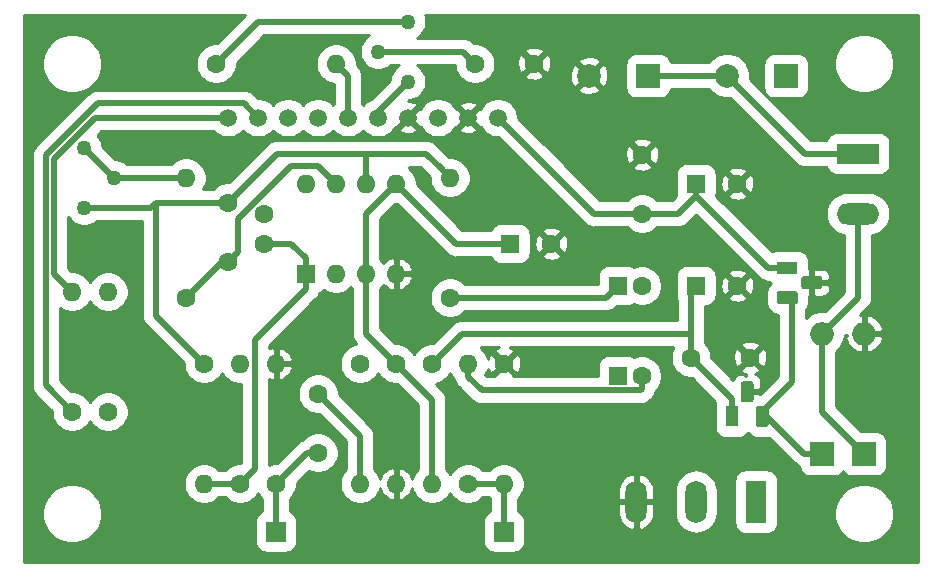
<source format=gbr>
%TF.GenerationSoftware,KiCad,Pcbnew,(5.1.5-0-10_14)*%
%TF.CreationDate,2020-09-13T21:22:06+01:00*%
%TF.ProjectId,SSFXPCB,53534658-5043-4422-9e6b-696361645f70,rev?*%
%TF.SameCoordinates,Original*%
%TF.FileFunction,Copper,L2,Bot*%
%TF.FilePolarity,Positive*%
%FSLAX46Y46*%
G04 Gerber Fmt 4.6, Leading zero omitted, Abs format (unit mm)*
G04 Created by KiCad (PCBNEW (5.1.5-0-10_14)) date 2020-09-13 21:22:06*
%MOMM*%
%LPD*%
G04 APERTURE LIST*
%ADD10C,1.500000*%
%ADD11R,1.800000X3.600000*%
%ADD12O,1.800000X3.600000*%
%ADD13C,1.600000*%
%ADD14C,1.260000*%
%ADD15O,1.600000X1.600000*%
%ADD16R,1.600000X1.600000*%
%ADD17R,2.000000X2.000000*%
%ADD18O,2.000000X2.000000*%
%ADD19R,3.600000X1.800000*%
%ADD20O,3.600000X1.800000*%
%ADD21C,2.000000*%
%ADD22R,1.700000X1.700000*%
%ADD23C,0.100000*%
%ADD24R,1.800000X1.100000*%
%ADD25R,1.100000X1.800000*%
%ADD26C,0.500000*%
%ADD27C,0.254000*%
G04 APERTURE END LIST*
D10*
X117856000Y-109220000D03*
X120396000Y-109220000D03*
X122936000Y-109220000D03*
X125476000Y-109220000D03*
X140716000Y-109220000D03*
X138176000Y-109220000D03*
X135636000Y-109220000D03*
X133096000Y-109220000D03*
X130556000Y-109220000D03*
X128016000Y-109220000D03*
D11*
X162560000Y-141732000D03*
D12*
X157480000Y-141732000D03*
X152400000Y-141732000D03*
D13*
X152908000Y-112348000D03*
X152908000Y-117348000D03*
D14*
X105664000Y-111760000D03*
X108204000Y-114300000D03*
X105664000Y-116840000D03*
D15*
X135128000Y-140208000D03*
D13*
X135128000Y-130048000D03*
X160980000Y-123444000D03*
D16*
X157480000Y-123444000D03*
D13*
X160980000Y-114808000D03*
D16*
X157480000Y-114808000D03*
X141732000Y-119888000D03*
D13*
X145232000Y-119888000D03*
D17*
X168148000Y-137668000D03*
D18*
X168148000Y-127508000D03*
X171704000Y-127508000D03*
D17*
X171704000Y-137668000D03*
D15*
X138176000Y-130048000D03*
D13*
X138176000Y-140208000D03*
D15*
X104648000Y-123952000D03*
D13*
X104648000Y-134112000D03*
D19*
X171196000Y-112268000D03*
D20*
X171196000Y-117348000D03*
D16*
X124460000Y-122428000D03*
D15*
X132080000Y-114808000D03*
X127000000Y-122428000D03*
X129540000Y-114808000D03*
X129540000Y-122428000D03*
X127000000Y-114808000D03*
X132080000Y-122428000D03*
X124460000Y-114808000D03*
D14*
X133096000Y-106172000D03*
X130556000Y-103632000D03*
X133096000Y-101092000D03*
D13*
X125476000Y-132588000D03*
X125476000Y-137588000D03*
X138764000Y-104648000D03*
X143764000Y-104648000D03*
X117856000Y-121412000D03*
X117856000Y-116412000D03*
D16*
X150876000Y-131064000D03*
D13*
X152876000Y-131064000D03*
X152876000Y-123444000D03*
D16*
X150876000Y-123444000D03*
D13*
X157052000Y-129540000D03*
X162052000Y-129540000D03*
X121920000Y-140208000D03*
D15*
X121920000Y-130048000D03*
D13*
X129032000Y-130048000D03*
D15*
X129032000Y-140208000D03*
D13*
X118872000Y-140208000D03*
D15*
X118872000Y-130048000D03*
D13*
X115824000Y-130048000D03*
D15*
X115824000Y-140208000D03*
D13*
X114300000Y-124460000D03*
D15*
X114300000Y-114300000D03*
X136652000Y-114300000D03*
D13*
X136652000Y-124460000D03*
X107696000Y-134112000D03*
D15*
X107696000Y-123952000D03*
X127000000Y-104648000D03*
D13*
X116840000Y-104648000D03*
X141224000Y-130048000D03*
D15*
X141224000Y-140208000D03*
D13*
X132080000Y-130048000D03*
D15*
X132080000Y-140208000D03*
D21*
X160100000Y-105664000D03*
D17*
X165100000Y-105664000D03*
X153416000Y-105664000D03*
D21*
X148416000Y-105664000D03*
D22*
X121920000Y-144272000D03*
X141224000Y-144272000D03*
D13*
X120904000Y-119888000D03*
X120904000Y-117388000D03*
%TA.AperFunction,ComponentPad*%
D23*
G36*
X167929955Y-122641324D02*
G01*
X167956650Y-122645284D01*
X167982828Y-122651841D01*
X168008238Y-122660933D01*
X168032634Y-122672472D01*
X168055782Y-122686346D01*
X168077458Y-122702422D01*
X168097454Y-122720546D01*
X168115578Y-122740542D01*
X168131654Y-122762218D01*
X168145528Y-122785366D01*
X168157067Y-122809762D01*
X168166159Y-122835172D01*
X168172716Y-122861350D01*
X168176676Y-122888045D01*
X168178000Y-122915000D01*
X168178000Y-123465000D01*
X168176676Y-123491955D01*
X168172716Y-123518650D01*
X168166159Y-123544828D01*
X168157067Y-123570238D01*
X168145528Y-123594634D01*
X168131654Y-123617782D01*
X168115578Y-123639458D01*
X168097454Y-123659454D01*
X168077458Y-123677578D01*
X168055782Y-123693654D01*
X168032634Y-123707528D01*
X168008238Y-123719067D01*
X167982828Y-123728159D01*
X167956650Y-123734716D01*
X167929955Y-123738676D01*
X167903000Y-123740000D01*
X166653000Y-123740000D01*
X166626045Y-123738676D01*
X166599350Y-123734716D01*
X166573172Y-123728159D01*
X166547762Y-123719067D01*
X166523366Y-123707528D01*
X166500218Y-123693654D01*
X166478542Y-123677578D01*
X166458546Y-123659454D01*
X166440422Y-123639458D01*
X166424346Y-123617782D01*
X166410472Y-123594634D01*
X166398933Y-123570238D01*
X166389841Y-123544828D01*
X166383284Y-123518650D01*
X166379324Y-123491955D01*
X166378000Y-123465000D01*
X166378000Y-122915000D01*
X166379324Y-122888045D01*
X166383284Y-122861350D01*
X166389841Y-122835172D01*
X166398933Y-122809762D01*
X166410472Y-122785366D01*
X166424346Y-122762218D01*
X166440422Y-122740542D01*
X166458546Y-122720546D01*
X166478542Y-122702422D01*
X166500218Y-122686346D01*
X166523366Y-122672472D01*
X166547762Y-122660933D01*
X166573172Y-122651841D01*
X166599350Y-122645284D01*
X166626045Y-122641324D01*
X166653000Y-122640000D01*
X167903000Y-122640000D01*
X167929955Y-122641324D01*
G37*
%TD.AperFunction*%
%TA.AperFunction,ComponentPad*%
G36*
X165859955Y-123911324D02*
G01*
X165886650Y-123915284D01*
X165912828Y-123921841D01*
X165938238Y-123930933D01*
X165962634Y-123942472D01*
X165985782Y-123956346D01*
X166007458Y-123972422D01*
X166027454Y-123990546D01*
X166045578Y-124010542D01*
X166061654Y-124032218D01*
X166075528Y-124055366D01*
X166087067Y-124079762D01*
X166096159Y-124105172D01*
X166102716Y-124131350D01*
X166106676Y-124158045D01*
X166108000Y-124185000D01*
X166108000Y-124735000D01*
X166106676Y-124761955D01*
X166102716Y-124788650D01*
X166096159Y-124814828D01*
X166087067Y-124840238D01*
X166075528Y-124864634D01*
X166061654Y-124887782D01*
X166045578Y-124909458D01*
X166027454Y-124929454D01*
X166007458Y-124947578D01*
X165985782Y-124963654D01*
X165962634Y-124977528D01*
X165938238Y-124989067D01*
X165912828Y-124998159D01*
X165886650Y-125004716D01*
X165859955Y-125008676D01*
X165833000Y-125010000D01*
X164583000Y-125010000D01*
X164556045Y-125008676D01*
X164529350Y-125004716D01*
X164503172Y-124998159D01*
X164477762Y-124989067D01*
X164453366Y-124977528D01*
X164430218Y-124963654D01*
X164408542Y-124947578D01*
X164388546Y-124929454D01*
X164370422Y-124909458D01*
X164354346Y-124887782D01*
X164340472Y-124864634D01*
X164328933Y-124840238D01*
X164319841Y-124814828D01*
X164313284Y-124788650D01*
X164309324Y-124761955D01*
X164308000Y-124735000D01*
X164308000Y-124185000D01*
X164309324Y-124158045D01*
X164313284Y-124131350D01*
X164319841Y-124105172D01*
X164328933Y-124079762D01*
X164340472Y-124055366D01*
X164354346Y-124032218D01*
X164370422Y-124010542D01*
X164388546Y-123990546D01*
X164408542Y-123972422D01*
X164430218Y-123956346D01*
X164453366Y-123942472D01*
X164477762Y-123930933D01*
X164503172Y-123921841D01*
X164529350Y-123915284D01*
X164556045Y-123911324D01*
X164583000Y-123910000D01*
X165833000Y-123910000D01*
X165859955Y-123911324D01*
G37*
%TD.AperFunction*%
D24*
X165208000Y-121920000D03*
D25*
X160528000Y-134512000D03*
%TA.AperFunction,ComponentPad*%
D23*
G36*
X163369955Y-133613324D02*
G01*
X163396650Y-133617284D01*
X163422828Y-133623841D01*
X163448238Y-133632933D01*
X163472634Y-133644472D01*
X163495782Y-133658346D01*
X163517458Y-133674422D01*
X163537454Y-133692546D01*
X163555578Y-133712542D01*
X163571654Y-133734218D01*
X163585528Y-133757366D01*
X163597067Y-133781762D01*
X163606159Y-133807172D01*
X163612716Y-133833350D01*
X163616676Y-133860045D01*
X163618000Y-133887000D01*
X163618000Y-135137000D01*
X163616676Y-135163955D01*
X163612716Y-135190650D01*
X163606159Y-135216828D01*
X163597067Y-135242238D01*
X163585528Y-135266634D01*
X163571654Y-135289782D01*
X163555578Y-135311458D01*
X163537454Y-135331454D01*
X163517458Y-135349578D01*
X163495782Y-135365654D01*
X163472634Y-135379528D01*
X163448238Y-135391067D01*
X163422828Y-135400159D01*
X163396650Y-135406716D01*
X163369955Y-135410676D01*
X163343000Y-135412000D01*
X162793000Y-135412000D01*
X162766045Y-135410676D01*
X162739350Y-135406716D01*
X162713172Y-135400159D01*
X162687762Y-135391067D01*
X162663366Y-135379528D01*
X162640218Y-135365654D01*
X162618542Y-135349578D01*
X162598546Y-135331454D01*
X162580422Y-135311458D01*
X162564346Y-135289782D01*
X162550472Y-135266634D01*
X162538933Y-135242238D01*
X162529841Y-135216828D01*
X162523284Y-135190650D01*
X162519324Y-135163955D01*
X162518000Y-135137000D01*
X162518000Y-133887000D01*
X162519324Y-133860045D01*
X162523284Y-133833350D01*
X162529841Y-133807172D01*
X162538933Y-133781762D01*
X162550472Y-133757366D01*
X162564346Y-133734218D01*
X162580422Y-133712542D01*
X162598546Y-133692546D01*
X162618542Y-133674422D01*
X162640218Y-133658346D01*
X162663366Y-133644472D01*
X162687762Y-133632933D01*
X162713172Y-133623841D01*
X162739350Y-133617284D01*
X162766045Y-133613324D01*
X162793000Y-133612000D01*
X163343000Y-133612000D01*
X163369955Y-133613324D01*
G37*
%TD.AperFunction*%
%TA.AperFunction,ComponentPad*%
G36*
X162099955Y-131543324D02*
G01*
X162126650Y-131547284D01*
X162152828Y-131553841D01*
X162178238Y-131562933D01*
X162202634Y-131574472D01*
X162225782Y-131588346D01*
X162247458Y-131604422D01*
X162267454Y-131622546D01*
X162285578Y-131642542D01*
X162301654Y-131664218D01*
X162315528Y-131687366D01*
X162327067Y-131711762D01*
X162336159Y-131737172D01*
X162342716Y-131763350D01*
X162346676Y-131790045D01*
X162348000Y-131817000D01*
X162348000Y-133067000D01*
X162346676Y-133093955D01*
X162342716Y-133120650D01*
X162336159Y-133146828D01*
X162327067Y-133172238D01*
X162315528Y-133196634D01*
X162301654Y-133219782D01*
X162285578Y-133241458D01*
X162267454Y-133261454D01*
X162247458Y-133279578D01*
X162225782Y-133295654D01*
X162202634Y-133309528D01*
X162178238Y-133321067D01*
X162152828Y-133330159D01*
X162126650Y-133336716D01*
X162099955Y-133340676D01*
X162073000Y-133342000D01*
X161523000Y-133342000D01*
X161496045Y-133340676D01*
X161469350Y-133336716D01*
X161443172Y-133330159D01*
X161417762Y-133321067D01*
X161393366Y-133309528D01*
X161370218Y-133295654D01*
X161348542Y-133279578D01*
X161328546Y-133261454D01*
X161310422Y-133241458D01*
X161294346Y-133219782D01*
X161280472Y-133196634D01*
X161268933Y-133172238D01*
X161259841Y-133146828D01*
X161253284Y-133120650D01*
X161249324Y-133093955D01*
X161248000Y-133067000D01*
X161248000Y-131817000D01*
X161249324Y-131790045D01*
X161253284Y-131763350D01*
X161259841Y-131737172D01*
X161268933Y-131711762D01*
X161280472Y-131687366D01*
X161294346Y-131664218D01*
X161310422Y-131642542D01*
X161328546Y-131622546D01*
X161348542Y-131604422D01*
X161370218Y-131588346D01*
X161393366Y-131574472D01*
X161417762Y-131562933D01*
X161443172Y-131553841D01*
X161469350Y-131547284D01*
X161496045Y-131543324D01*
X161523000Y-131542000D01*
X162073000Y-131542000D01*
X162099955Y-131543324D01*
G37*
%TD.AperFunction*%
D26*
X117348000Y-121412000D02*
X117856000Y-121412000D01*
X114300000Y-124460000D02*
X117348000Y-121412000D01*
X123157998Y-113284000D02*
X125476000Y-113284000D01*
X125476000Y-113284000D02*
X127000000Y-114808000D01*
X118655999Y-117785999D02*
X123157998Y-113284000D01*
X118655999Y-120612001D02*
X118655999Y-117785999D01*
X117856000Y-121412000D02*
X118655999Y-120612001D01*
X152876000Y-132195370D02*
X152876000Y-131064000D01*
X139310631Y-132314001D02*
X152757369Y-132314001D01*
X138176000Y-131179370D02*
X139310631Y-132314001D01*
X152757369Y-132314001D02*
X152876000Y-132195370D01*
X138176000Y-130048000D02*
X138176000Y-131179370D01*
X149860000Y-124460000D02*
X150876000Y-123444000D01*
X136652000Y-124460000D02*
X149860000Y-124460000D01*
X165608000Y-131572000D02*
X163068000Y-134112000D01*
X165608000Y-124460000D02*
X165608000Y-131572000D01*
X163092000Y-134112000D02*
X163068000Y-134112000D01*
X166648000Y-137668000D02*
X163092000Y-134112000D01*
X168148000Y-137668000D02*
X166648000Y-137668000D01*
X154916000Y-105664000D02*
X160100000Y-105664000D01*
X153416000Y-105664000D02*
X154916000Y-105664000D01*
X166704000Y-112268000D02*
X171196000Y-112268000D01*
X160100000Y-105664000D02*
X166704000Y-112268000D01*
X163576000Y-121920000D02*
X157480000Y-115824000D01*
X165608000Y-121920000D02*
X163576000Y-121920000D01*
X157480000Y-115824000D02*
X157480000Y-114808000D01*
X148844000Y-117348000D02*
X152908000Y-117348000D01*
X140716000Y-109220000D02*
X148844000Y-117348000D01*
X155956000Y-117348000D02*
X157480000Y-115824000D01*
X152908000Y-117348000D02*
X155956000Y-117348000D01*
X157052000Y-123872000D02*
X157480000Y-123444000D01*
X157052000Y-127508000D02*
X157052000Y-123872000D01*
X157052000Y-129540000D02*
X157052000Y-127508000D01*
X137668000Y-127508000D02*
X157052000Y-127508000D01*
X135128000Y-130048000D02*
X137668000Y-127508000D01*
X160528000Y-133016000D02*
X160528000Y-134112000D01*
X157052000Y-129540000D02*
X160528000Y-133016000D01*
X129540000Y-117348000D02*
X132080000Y-114808000D01*
X129540000Y-122428000D02*
X129540000Y-117348000D01*
X129540000Y-127508000D02*
X132080000Y-130048000D01*
X129540000Y-122428000D02*
X129540000Y-127508000D01*
X135128000Y-133096000D02*
X132080000Y-130048000D01*
X135128000Y-140208000D02*
X135128000Y-133096000D01*
X137160000Y-119888000D02*
X132080000Y-114808000D01*
X141732000Y-119888000D02*
X137160000Y-119888000D01*
X115824000Y-140208000D02*
X118872000Y-140208000D01*
X120122001Y-128065999D02*
X124460000Y-123728000D01*
X124460000Y-123728000D02*
X124460000Y-122428000D01*
X120122001Y-138957999D02*
X120122001Y-128065999D01*
X118872000Y-140208000D02*
X120122001Y-138957999D01*
X123220000Y-119888000D02*
X120904000Y-119888000D01*
X124460000Y-121128000D02*
X123220000Y-119888000D01*
X124460000Y-122428000D02*
X124460000Y-121128000D01*
X135852001Y-113500001D02*
X136652000Y-114300000D01*
X134620000Y-112268000D02*
X135852001Y-113500001D01*
X117856000Y-116412000D02*
X122000000Y-112268000D01*
X129540000Y-112268000D02*
X129540000Y-114808000D01*
X122000000Y-112268000D02*
X129540000Y-112268000D01*
X129540000Y-112268000D02*
X134620000Y-112268000D01*
X117856000Y-116412000D02*
X111760000Y-116412000D01*
X111760000Y-125984000D02*
X111760000Y-116412000D01*
X115824000Y-130048000D02*
X111760000Y-125984000D01*
X111332000Y-116840000D02*
X111760000Y-116412000D01*
X105664000Y-116840000D02*
X111332000Y-116840000D01*
X106605598Y-109220000D02*
X117856000Y-109220000D01*
X103124000Y-112701598D02*
X106605598Y-109220000D01*
X103124000Y-122428000D02*
X103124000Y-112701598D01*
X104648000Y-123952000D02*
X103124000Y-122428000D01*
X119195999Y-108019999D02*
X120396000Y-109220000D01*
X102423990Y-112411645D02*
X106815636Y-108019999D01*
X106815636Y-108019999D02*
X119195999Y-108019999D01*
X102423990Y-131887990D02*
X102423990Y-112411645D01*
X104648000Y-134112000D02*
X102423990Y-131887990D01*
X128016000Y-105664000D02*
X127000000Y-104648000D01*
X128016000Y-109220000D02*
X128016000Y-105664000D01*
X137748000Y-103632000D02*
X138764000Y-104648000D01*
X130556000Y-103632000D02*
X137748000Y-103632000D01*
X168148000Y-134112000D02*
X171704000Y-137668000D01*
X168148000Y-127508000D02*
X168148000Y-134112000D01*
X171196000Y-124460000D02*
X168148000Y-127508000D01*
X171196000Y-117348000D02*
X171196000Y-124460000D01*
X129032000Y-136144000D02*
X125476000Y-132588000D01*
X129032000Y-140208000D02*
X129032000Y-136144000D01*
X108204000Y-114300000D02*
X114300000Y-114300000D01*
X105664000Y-111760000D02*
X108204000Y-114300000D01*
X120396000Y-101092000D02*
X133096000Y-101092000D01*
X116840000Y-104648000D02*
X120396000Y-101092000D01*
X130556000Y-108712000D02*
X133096000Y-106172000D01*
X130556000Y-109220000D02*
X130556000Y-108712000D01*
X124540000Y-137588000D02*
X125476000Y-137588000D01*
X121920000Y-140208000D02*
X124540000Y-137588000D01*
X121920000Y-140208000D02*
X121920000Y-144272000D01*
X138176000Y-140208000D02*
X141224000Y-140208000D01*
X141224000Y-140208000D02*
X141224000Y-144272000D01*
D27*
G36*
X116902472Y-102921000D02*
G01*
X116669905Y-102921000D01*
X116336253Y-102987368D01*
X116021959Y-103117553D01*
X115739102Y-103306552D01*
X115498552Y-103547102D01*
X115309553Y-103829959D01*
X115179368Y-104144253D01*
X115113000Y-104477905D01*
X115113000Y-104818095D01*
X115179368Y-105151747D01*
X115309553Y-105466041D01*
X115498552Y-105748898D01*
X115739102Y-105989448D01*
X116021959Y-106178447D01*
X116336253Y-106308632D01*
X116669905Y-106375000D01*
X117010095Y-106375000D01*
X117343747Y-106308632D01*
X117658041Y-106178447D01*
X117940898Y-105989448D01*
X118181448Y-105748898D01*
X118370447Y-105466041D01*
X118500632Y-105151747D01*
X118567000Y-104818095D01*
X118567000Y-104585528D01*
X120883529Y-102269000D01*
X129793347Y-102269000D01*
X129563470Y-102422599D01*
X129346599Y-102639470D01*
X129176204Y-102894484D01*
X129058834Y-103177840D01*
X128999000Y-103478649D01*
X128999000Y-103785351D01*
X129058834Y-104086160D01*
X129176204Y-104369516D01*
X129346599Y-104624530D01*
X129563470Y-104841401D01*
X129818484Y-105011796D01*
X130101840Y-105129166D01*
X130402649Y-105189000D01*
X130709351Y-105189000D01*
X131010160Y-105129166D01*
X131293516Y-105011796D01*
X131548530Y-104841401D01*
X131580931Y-104809000D01*
X132333347Y-104809000D01*
X132103470Y-104962599D01*
X131886599Y-105179470D01*
X131716204Y-105434484D01*
X131598834Y-105717840D01*
X131539000Y-106018649D01*
X131539000Y-106064471D01*
X129945955Y-107657517D01*
X129761643Y-107733862D01*
X129486975Y-107917389D01*
X129286000Y-108118364D01*
X129193000Y-108025364D01*
X129193000Y-105721812D01*
X129198694Y-105664000D01*
X129175969Y-105433268D01*
X129137080Y-105305069D01*
X129108667Y-105211403D01*
X128999374Y-105006930D01*
X128852291Y-104827709D01*
X128807382Y-104790853D01*
X128727000Y-104710471D01*
X128727000Y-104477905D01*
X128660632Y-104144253D01*
X128530447Y-103829959D01*
X128341448Y-103547102D01*
X128100898Y-103306552D01*
X127818041Y-103117553D01*
X127503747Y-102987368D01*
X127170095Y-102921000D01*
X126829905Y-102921000D01*
X126496253Y-102987368D01*
X126181959Y-103117553D01*
X125899102Y-103306552D01*
X125658552Y-103547102D01*
X125469553Y-103829959D01*
X125339368Y-104144253D01*
X125273000Y-104477905D01*
X125273000Y-104818095D01*
X125339368Y-105151747D01*
X125469553Y-105466041D01*
X125658552Y-105748898D01*
X125899102Y-105989448D01*
X126181959Y-106178447D01*
X126496253Y-106308632D01*
X126829905Y-106375000D01*
X126839001Y-106375000D01*
X126839000Y-108025364D01*
X126746000Y-108118364D01*
X126545025Y-107917389D01*
X126270357Y-107733862D01*
X125965163Y-107607446D01*
X125641170Y-107543000D01*
X125310830Y-107543000D01*
X124986837Y-107607446D01*
X124681643Y-107733862D01*
X124406975Y-107917389D01*
X124206000Y-108118364D01*
X124005025Y-107917389D01*
X123730357Y-107733862D01*
X123425163Y-107607446D01*
X123101170Y-107543000D01*
X122770830Y-107543000D01*
X122446837Y-107607446D01*
X122141643Y-107733862D01*
X121866975Y-107917389D01*
X121666000Y-108118364D01*
X121465025Y-107917389D01*
X121190357Y-107733862D01*
X120885163Y-107607446D01*
X120561170Y-107543000D01*
X120383529Y-107543000D01*
X120069149Y-107228621D01*
X120032290Y-107183708D01*
X119853069Y-107036625D01*
X119648596Y-106927332D01*
X119426731Y-106860030D01*
X119253811Y-106842999D01*
X119195999Y-106837305D01*
X119138187Y-106842999D01*
X106873437Y-106842999D01*
X106815635Y-106837306D01*
X106757833Y-106842999D01*
X106757824Y-106842999D01*
X106584904Y-106860030D01*
X106363039Y-106927332D01*
X106158566Y-107036625D01*
X105979345Y-107183708D01*
X105942489Y-107228617D01*
X101632608Y-111538499D01*
X101587700Y-111575354D01*
X101550847Y-111620260D01*
X101440616Y-111754576D01*
X101331324Y-111959048D01*
X101264021Y-112180914D01*
X101241296Y-112411645D01*
X101246991Y-112469467D01*
X101246990Y-131830178D01*
X101241296Y-131887990D01*
X101254751Y-132024597D01*
X101264021Y-132118721D01*
X101331323Y-132340586D01*
X101440616Y-132545059D01*
X101587699Y-132724281D01*
X101632613Y-132761141D01*
X102921000Y-134049529D01*
X102921000Y-134282095D01*
X102987368Y-134615747D01*
X103117553Y-134930041D01*
X103306552Y-135212898D01*
X103547102Y-135453448D01*
X103829959Y-135642447D01*
X104144253Y-135772632D01*
X104477905Y-135839000D01*
X104818095Y-135839000D01*
X105151747Y-135772632D01*
X105466041Y-135642447D01*
X105748898Y-135453448D01*
X105989448Y-135212898D01*
X106172000Y-134939690D01*
X106354552Y-135212898D01*
X106595102Y-135453448D01*
X106877959Y-135642447D01*
X107192253Y-135772632D01*
X107525905Y-135839000D01*
X107866095Y-135839000D01*
X108199747Y-135772632D01*
X108514041Y-135642447D01*
X108796898Y-135453448D01*
X109037448Y-135212898D01*
X109226447Y-134930041D01*
X109356632Y-134615747D01*
X109423000Y-134282095D01*
X109423000Y-133941905D01*
X109356632Y-133608253D01*
X109226447Y-133293959D01*
X109037448Y-133011102D01*
X108796898Y-132770552D01*
X108514041Y-132581553D01*
X108199747Y-132451368D01*
X107866095Y-132385000D01*
X107525905Y-132385000D01*
X107192253Y-132451368D01*
X106877959Y-132581553D01*
X106595102Y-132770552D01*
X106354552Y-133011102D01*
X106172000Y-133284310D01*
X105989448Y-133011102D01*
X105748898Y-132770552D01*
X105466041Y-132581553D01*
X105151747Y-132451368D01*
X104818095Y-132385000D01*
X104585529Y-132385000D01*
X103600990Y-131400462D01*
X103600990Y-125329455D01*
X103829959Y-125482447D01*
X104144253Y-125612632D01*
X104477905Y-125679000D01*
X104818095Y-125679000D01*
X105151747Y-125612632D01*
X105466041Y-125482447D01*
X105748898Y-125293448D01*
X105989448Y-125052898D01*
X106172000Y-124779690D01*
X106354552Y-125052898D01*
X106595102Y-125293448D01*
X106877959Y-125482447D01*
X107192253Y-125612632D01*
X107525905Y-125679000D01*
X107866095Y-125679000D01*
X108199747Y-125612632D01*
X108514041Y-125482447D01*
X108796898Y-125293448D01*
X109037448Y-125052898D01*
X109226447Y-124770041D01*
X109356632Y-124455747D01*
X109423000Y-124122095D01*
X109423000Y-123781905D01*
X109356632Y-123448253D01*
X109226447Y-123133959D01*
X109037448Y-122851102D01*
X108796898Y-122610552D01*
X108514041Y-122421553D01*
X108199747Y-122291368D01*
X107866095Y-122225000D01*
X107525905Y-122225000D01*
X107192253Y-122291368D01*
X106877959Y-122421553D01*
X106595102Y-122610552D01*
X106354552Y-122851102D01*
X106172000Y-123124310D01*
X105989448Y-122851102D01*
X105748898Y-122610552D01*
X105466041Y-122421553D01*
X105151747Y-122291368D01*
X104818095Y-122225000D01*
X104585528Y-122225000D01*
X104301000Y-121940472D01*
X104301000Y-117602653D01*
X104454599Y-117832530D01*
X104671470Y-118049401D01*
X104926484Y-118219796D01*
X105209840Y-118337166D01*
X105510649Y-118397000D01*
X105817351Y-118397000D01*
X106118160Y-118337166D01*
X106401516Y-118219796D01*
X106656530Y-118049401D01*
X106688931Y-118017000D01*
X110583001Y-118017000D01*
X110583000Y-125926188D01*
X110577306Y-125984000D01*
X110583000Y-126041811D01*
X110600031Y-126214731D01*
X110667333Y-126436596D01*
X110776626Y-126641069D01*
X110923709Y-126820291D01*
X110968623Y-126857151D01*
X114097000Y-129985529D01*
X114097000Y-130218095D01*
X114163368Y-130551747D01*
X114293553Y-130866041D01*
X114482552Y-131148898D01*
X114723102Y-131389448D01*
X115005959Y-131578447D01*
X115320253Y-131708632D01*
X115653905Y-131775000D01*
X115994095Y-131775000D01*
X116327747Y-131708632D01*
X116642041Y-131578447D01*
X116924898Y-131389448D01*
X117165448Y-131148898D01*
X117348000Y-130875690D01*
X117530552Y-131148898D01*
X117771102Y-131389448D01*
X118053959Y-131578447D01*
X118368253Y-131708632D01*
X118701905Y-131775000D01*
X118945002Y-131775000D01*
X118945001Y-138470470D01*
X118934471Y-138481000D01*
X118701905Y-138481000D01*
X118368253Y-138547368D01*
X118053959Y-138677553D01*
X117771102Y-138866552D01*
X117606654Y-139031000D01*
X117089346Y-139031000D01*
X116924898Y-138866552D01*
X116642041Y-138677553D01*
X116327747Y-138547368D01*
X115994095Y-138481000D01*
X115653905Y-138481000D01*
X115320253Y-138547368D01*
X115005959Y-138677553D01*
X114723102Y-138866552D01*
X114482552Y-139107102D01*
X114293553Y-139389959D01*
X114163368Y-139704253D01*
X114097000Y-140037905D01*
X114097000Y-140378095D01*
X114163368Y-140711747D01*
X114293553Y-141026041D01*
X114482552Y-141308898D01*
X114723102Y-141549448D01*
X115005959Y-141738447D01*
X115320253Y-141868632D01*
X115653905Y-141935000D01*
X115994095Y-141935000D01*
X116327747Y-141868632D01*
X116642041Y-141738447D01*
X116924898Y-141549448D01*
X117089346Y-141385000D01*
X117606654Y-141385000D01*
X117771102Y-141549448D01*
X118053959Y-141738447D01*
X118368253Y-141868632D01*
X118701905Y-141935000D01*
X119042095Y-141935000D01*
X119375747Y-141868632D01*
X119690041Y-141738447D01*
X119972898Y-141549448D01*
X120213448Y-141308898D01*
X120396000Y-141035690D01*
X120578552Y-141308898D01*
X120743000Y-141473346D01*
X120743001Y-142552482D01*
X120713536Y-142561420D01*
X120552495Y-142647499D01*
X120411341Y-142763341D01*
X120295499Y-142904495D01*
X120209420Y-143065536D01*
X120156413Y-143240276D01*
X120138515Y-143422000D01*
X120138515Y-145122000D01*
X120156413Y-145303724D01*
X120209420Y-145478464D01*
X120295499Y-145639505D01*
X120411341Y-145780659D01*
X120552495Y-145896501D01*
X120713536Y-145982580D01*
X120888276Y-146035587D01*
X121070000Y-146053485D01*
X122770000Y-146053485D01*
X122951724Y-146035587D01*
X123126464Y-145982580D01*
X123287505Y-145896501D01*
X123428659Y-145780659D01*
X123544501Y-145639505D01*
X123630580Y-145478464D01*
X123683587Y-145303724D01*
X123701485Y-145122000D01*
X123701485Y-143422000D01*
X123683587Y-143240276D01*
X123630580Y-143065536D01*
X123544501Y-142904495D01*
X123428659Y-142763341D01*
X123287505Y-142647499D01*
X123126464Y-142561420D01*
X123097000Y-142552482D01*
X123097000Y-141473346D01*
X123261448Y-141308898D01*
X123450447Y-141026041D01*
X123580632Y-140711747D01*
X123647000Y-140378095D01*
X123647000Y-140145529D01*
X124669360Y-139123169D01*
X124972253Y-139248632D01*
X125305905Y-139315000D01*
X125646095Y-139315000D01*
X125979747Y-139248632D01*
X126294041Y-139118447D01*
X126576898Y-138929448D01*
X126817448Y-138688898D01*
X127006447Y-138406041D01*
X127136632Y-138091747D01*
X127203000Y-137758095D01*
X127203000Y-137417905D01*
X127136632Y-137084253D01*
X127006447Y-136769959D01*
X126817448Y-136487102D01*
X126576898Y-136246552D01*
X126294041Y-136057553D01*
X125979747Y-135927368D01*
X125646095Y-135861000D01*
X125305905Y-135861000D01*
X124972253Y-135927368D01*
X124657959Y-136057553D01*
X124375102Y-136246552D01*
X124143267Y-136478387D01*
X124087403Y-136495333D01*
X123897951Y-136596597D01*
X123882930Y-136604626D01*
X123785450Y-136684626D01*
X123703709Y-136751709D01*
X123666858Y-136796612D01*
X121982471Y-138481000D01*
X121749905Y-138481000D01*
X121416253Y-138547368D01*
X121299001Y-138595935D01*
X121299001Y-132417905D01*
X123749000Y-132417905D01*
X123749000Y-132758095D01*
X123815368Y-133091747D01*
X123945553Y-133406041D01*
X124134552Y-133688898D01*
X124375102Y-133929448D01*
X124657959Y-134118447D01*
X124972253Y-134248632D01*
X125305905Y-134315000D01*
X125538472Y-134315000D01*
X127855001Y-136631530D01*
X127855000Y-138942654D01*
X127690552Y-139107102D01*
X127501553Y-139389959D01*
X127371368Y-139704253D01*
X127305000Y-140037905D01*
X127305000Y-140378095D01*
X127371368Y-140711747D01*
X127501553Y-141026041D01*
X127690552Y-141308898D01*
X127931102Y-141549448D01*
X128213959Y-141738447D01*
X128528253Y-141868632D01*
X128861905Y-141935000D01*
X129202095Y-141935000D01*
X129535747Y-141868632D01*
X129850041Y-141738447D01*
X130132898Y-141549448D01*
X130373448Y-141308898D01*
X130562447Y-141026041D01*
X130692632Y-140711747D01*
X130710794Y-140620440D01*
X130782930Y-140821881D01*
X130927615Y-141063131D01*
X131116586Y-141271519D01*
X131342580Y-141439037D01*
X131596913Y-141559246D01*
X131730961Y-141599904D01*
X131953000Y-141477915D01*
X131953000Y-140335000D01*
X131933000Y-140335000D01*
X131933000Y-140081000D01*
X131953000Y-140081000D01*
X131953000Y-138938085D01*
X131730961Y-138816096D01*
X131596913Y-138856754D01*
X131342580Y-138976963D01*
X131116586Y-139144481D01*
X130927615Y-139352869D01*
X130782930Y-139594119D01*
X130710794Y-139795560D01*
X130692632Y-139704253D01*
X130562447Y-139389959D01*
X130373448Y-139107102D01*
X130209000Y-138942654D01*
X130209000Y-136201801D01*
X130214693Y-136143999D01*
X130209000Y-136086197D01*
X130209000Y-136086188D01*
X130191969Y-135913268D01*
X130124667Y-135691403D01*
X130015374Y-135486930D01*
X129868291Y-135307709D01*
X129823382Y-135270853D01*
X127203000Y-132650472D01*
X127203000Y-132417905D01*
X127136632Y-132084253D01*
X127006447Y-131769959D01*
X126817448Y-131487102D01*
X126576898Y-131246552D01*
X126294041Y-131057553D01*
X125979747Y-130927368D01*
X125646095Y-130861000D01*
X125305905Y-130861000D01*
X124972253Y-130927368D01*
X124657959Y-131057553D01*
X124375102Y-131246552D01*
X124134552Y-131487102D01*
X123945553Y-131769959D01*
X123815368Y-132084253D01*
X123749000Y-132417905D01*
X121299001Y-132417905D01*
X121299001Y-131334063D01*
X121436913Y-131399246D01*
X121570961Y-131439904D01*
X121793000Y-131317915D01*
X121793000Y-130175000D01*
X122047000Y-130175000D01*
X122047000Y-131317915D01*
X122269039Y-131439904D01*
X122403087Y-131399246D01*
X122657420Y-131279037D01*
X122883414Y-131111519D01*
X123072385Y-130903131D01*
X123217070Y-130661881D01*
X123311909Y-130397040D01*
X123190624Y-130175000D01*
X122047000Y-130175000D01*
X121793000Y-130175000D01*
X121773000Y-130175000D01*
X121773000Y-129921000D01*
X121793000Y-129921000D01*
X121793000Y-128778085D01*
X122047000Y-128778085D01*
X122047000Y-129921000D01*
X123190624Y-129921000D01*
X123311909Y-129698960D01*
X123217070Y-129434119D01*
X123072385Y-129192869D01*
X122883414Y-128984481D01*
X122657420Y-128816963D01*
X122403087Y-128696754D01*
X122269039Y-128656096D01*
X122047000Y-128778085D01*
X121793000Y-128778085D01*
X121570961Y-128656096D01*
X121436913Y-128696754D01*
X121299001Y-128761937D01*
X121299001Y-128553527D01*
X125251384Y-124601145D01*
X125296291Y-124564291D01*
X125443374Y-124385070D01*
X125552667Y-124180597D01*
X125576943Y-124100568D01*
X125616464Y-124088580D01*
X125777505Y-124002501D01*
X125918659Y-123886659D01*
X125973858Y-123819399D01*
X126181959Y-123958447D01*
X126496253Y-124088632D01*
X126829905Y-124155000D01*
X127170095Y-124155000D01*
X127503747Y-124088632D01*
X127818041Y-123958447D01*
X128100898Y-123769448D01*
X128270000Y-123600346D01*
X128363000Y-123693346D01*
X128363001Y-127450178D01*
X128357306Y-127508000D01*
X128380031Y-127738731D01*
X128447334Y-127960597D01*
X128556626Y-128165069D01*
X128584105Y-128198552D01*
X128703710Y-128344291D01*
X128711729Y-128350872D01*
X128528253Y-128387368D01*
X128213959Y-128517553D01*
X127931102Y-128706552D01*
X127690552Y-128947102D01*
X127501553Y-129229959D01*
X127371368Y-129544253D01*
X127305000Y-129877905D01*
X127305000Y-130218095D01*
X127371368Y-130551747D01*
X127501553Y-130866041D01*
X127690552Y-131148898D01*
X127931102Y-131389448D01*
X128213959Y-131578447D01*
X128528253Y-131708632D01*
X128861905Y-131775000D01*
X129202095Y-131775000D01*
X129535747Y-131708632D01*
X129850041Y-131578447D01*
X130132898Y-131389448D01*
X130373448Y-131148898D01*
X130556000Y-130875690D01*
X130738552Y-131148898D01*
X130979102Y-131389448D01*
X131261959Y-131578447D01*
X131576253Y-131708632D01*
X131909905Y-131775000D01*
X132142472Y-131775000D01*
X133951001Y-133583530D01*
X133951000Y-138942654D01*
X133786552Y-139107102D01*
X133597553Y-139389959D01*
X133467368Y-139704253D01*
X133449206Y-139795560D01*
X133377070Y-139594119D01*
X133232385Y-139352869D01*
X133043414Y-139144481D01*
X132817420Y-138976963D01*
X132563087Y-138856754D01*
X132429039Y-138816096D01*
X132207000Y-138938085D01*
X132207000Y-140081000D01*
X132227000Y-140081000D01*
X132227000Y-140335000D01*
X132207000Y-140335000D01*
X132207000Y-141477915D01*
X132429039Y-141599904D01*
X132563087Y-141559246D01*
X132817420Y-141439037D01*
X133043414Y-141271519D01*
X133232385Y-141063131D01*
X133377070Y-140821881D01*
X133449206Y-140620440D01*
X133467368Y-140711747D01*
X133597553Y-141026041D01*
X133786552Y-141308898D01*
X134027102Y-141549448D01*
X134309959Y-141738447D01*
X134624253Y-141868632D01*
X134957905Y-141935000D01*
X135298095Y-141935000D01*
X135631747Y-141868632D01*
X135946041Y-141738447D01*
X136228898Y-141549448D01*
X136469448Y-141308898D01*
X136652000Y-141035690D01*
X136834552Y-141308898D01*
X137075102Y-141549448D01*
X137357959Y-141738447D01*
X137672253Y-141868632D01*
X138005905Y-141935000D01*
X138346095Y-141935000D01*
X138679747Y-141868632D01*
X138994041Y-141738447D01*
X139276898Y-141549448D01*
X139441346Y-141385000D01*
X139958654Y-141385000D01*
X140047000Y-141473346D01*
X140047001Y-142552482D01*
X140017536Y-142561420D01*
X139856495Y-142647499D01*
X139715341Y-142763341D01*
X139599499Y-142904495D01*
X139513420Y-143065536D01*
X139460413Y-143240276D01*
X139442515Y-143422000D01*
X139442515Y-145122000D01*
X139460413Y-145303724D01*
X139513420Y-145478464D01*
X139599499Y-145639505D01*
X139715341Y-145780659D01*
X139856495Y-145896501D01*
X140017536Y-145982580D01*
X140192276Y-146035587D01*
X140374000Y-146053485D01*
X142074000Y-146053485D01*
X142255724Y-146035587D01*
X142430464Y-145982580D01*
X142591505Y-145896501D01*
X142732659Y-145780659D01*
X142848501Y-145639505D01*
X142934580Y-145478464D01*
X142987587Y-145303724D01*
X143005485Y-145122000D01*
X143005485Y-143422000D01*
X142987587Y-143240276D01*
X142934580Y-143065536D01*
X142848501Y-142904495D01*
X142732659Y-142763341D01*
X142591505Y-142647499D01*
X142430464Y-142561420D01*
X142401000Y-142552482D01*
X142401000Y-141859000D01*
X150865000Y-141859000D01*
X150865000Y-142759000D01*
X150919271Y-143056023D01*
X151030446Y-143336751D01*
X151194252Y-143590396D01*
X151404394Y-143807210D01*
X151652796Y-143978862D01*
X151929913Y-144098755D01*
X152035260Y-144123036D01*
X152273000Y-144002378D01*
X152273000Y-141859000D01*
X152527000Y-141859000D01*
X152527000Y-144002378D01*
X152764740Y-144123036D01*
X152870087Y-144098755D01*
X153147204Y-143978862D01*
X153395606Y-143807210D01*
X153605748Y-143590396D01*
X153769554Y-143336751D01*
X153880729Y-143056023D01*
X153935000Y-142759000D01*
X153935000Y-141859000D01*
X152527000Y-141859000D01*
X152273000Y-141859000D01*
X150865000Y-141859000D01*
X142401000Y-141859000D01*
X142401000Y-141473346D01*
X142565448Y-141308898D01*
X142754447Y-141026041D01*
X142884632Y-140711747D01*
X142885974Y-140705000D01*
X150865000Y-140705000D01*
X150865000Y-141605000D01*
X152273000Y-141605000D01*
X152273000Y-139461622D01*
X152527000Y-139461622D01*
X152527000Y-141605000D01*
X153935000Y-141605000D01*
X153935000Y-140742245D01*
X155653000Y-140742245D01*
X155653000Y-142721754D01*
X155679435Y-142990154D01*
X155783905Y-143334545D01*
X155953555Y-143651937D01*
X156181865Y-143930135D01*
X156460062Y-144158445D01*
X156777454Y-144328095D01*
X157121845Y-144432565D01*
X157480000Y-144467840D01*
X157838154Y-144432565D01*
X158182545Y-144328095D01*
X158499937Y-144158445D01*
X158778135Y-143930135D01*
X159006445Y-143651938D01*
X159176095Y-143334546D01*
X159280565Y-142990155D01*
X159307000Y-142721755D01*
X159307000Y-140742245D01*
X159280565Y-140473845D01*
X159176095Y-140129454D01*
X159070554Y-139932000D01*
X160728515Y-139932000D01*
X160728515Y-143532000D01*
X160746413Y-143713724D01*
X160799420Y-143888464D01*
X160885499Y-144049505D01*
X161001341Y-144190659D01*
X161142495Y-144306501D01*
X161303536Y-144392580D01*
X161478276Y-144445587D01*
X161660000Y-144463485D01*
X163460000Y-144463485D01*
X163641724Y-144445587D01*
X163816464Y-144392580D01*
X163977505Y-144306501D01*
X164118659Y-144190659D01*
X164234501Y-144049505D01*
X164320580Y-143888464D01*
X164373587Y-143713724D01*
X164391485Y-143532000D01*
X164391485Y-142499112D01*
X169177000Y-142499112D01*
X169177000Y-142996888D01*
X169274111Y-143485099D01*
X169464602Y-143944983D01*
X169741151Y-144358869D01*
X170093131Y-144710849D01*
X170507017Y-144987398D01*
X170966901Y-145177889D01*
X171455112Y-145275000D01*
X171952888Y-145275000D01*
X172441099Y-145177889D01*
X172900983Y-144987398D01*
X173314869Y-144710849D01*
X173666849Y-144358869D01*
X173943398Y-143944983D01*
X174133889Y-143485099D01*
X174231000Y-142996888D01*
X174231000Y-142499112D01*
X174133889Y-142010901D01*
X173943398Y-141551017D01*
X173666849Y-141137131D01*
X173314869Y-140785151D01*
X172900983Y-140508602D01*
X172441099Y-140318111D01*
X171952888Y-140221000D01*
X171455112Y-140221000D01*
X170966901Y-140318111D01*
X170507017Y-140508602D01*
X170093131Y-140785151D01*
X169741151Y-141137131D01*
X169464602Y-141551017D01*
X169274111Y-142010901D01*
X169177000Y-142499112D01*
X164391485Y-142499112D01*
X164391485Y-139932000D01*
X164373587Y-139750276D01*
X164320580Y-139575536D01*
X164234501Y-139414495D01*
X164118659Y-139273341D01*
X163977505Y-139157499D01*
X163816464Y-139071420D01*
X163641724Y-139018413D01*
X163460000Y-139000515D01*
X161660000Y-139000515D01*
X161478276Y-139018413D01*
X161303536Y-139071420D01*
X161142495Y-139157499D01*
X161001341Y-139273341D01*
X160885499Y-139414495D01*
X160799420Y-139575536D01*
X160746413Y-139750276D01*
X160728515Y-139932000D01*
X159070554Y-139932000D01*
X159006445Y-139812062D01*
X158778135Y-139533865D01*
X158499938Y-139305555D01*
X158182546Y-139135905D01*
X157838155Y-139031435D01*
X157480000Y-138996160D01*
X157121846Y-139031435D01*
X156777455Y-139135905D01*
X156460063Y-139305555D01*
X156181866Y-139533865D01*
X155953556Y-139812062D01*
X155783906Y-140129454D01*
X155679436Y-140473845D01*
X155653000Y-140742245D01*
X153935000Y-140742245D01*
X153935000Y-140705000D01*
X153880729Y-140407977D01*
X153769554Y-140127249D01*
X153605748Y-139873604D01*
X153395606Y-139656790D01*
X153147204Y-139485138D01*
X152870087Y-139365245D01*
X152764740Y-139340964D01*
X152527000Y-139461622D01*
X152273000Y-139461622D01*
X152035260Y-139340964D01*
X151929913Y-139365245D01*
X151652796Y-139485138D01*
X151404394Y-139656790D01*
X151194252Y-139873604D01*
X151030446Y-140127249D01*
X150919271Y-140407977D01*
X150865000Y-140705000D01*
X142885974Y-140705000D01*
X142951000Y-140378095D01*
X142951000Y-140037905D01*
X142884632Y-139704253D01*
X142754447Y-139389959D01*
X142565448Y-139107102D01*
X142324898Y-138866552D01*
X142042041Y-138677553D01*
X141727747Y-138547368D01*
X141394095Y-138481000D01*
X141053905Y-138481000D01*
X140720253Y-138547368D01*
X140405959Y-138677553D01*
X140123102Y-138866552D01*
X139958654Y-139031000D01*
X139441346Y-139031000D01*
X139276898Y-138866552D01*
X138994041Y-138677553D01*
X138679747Y-138547368D01*
X138346095Y-138481000D01*
X138005905Y-138481000D01*
X137672253Y-138547368D01*
X137357959Y-138677553D01*
X137075102Y-138866552D01*
X136834552Y-139107102D01*
X136652000Y-139380310D01*
X136469448Y-139107102D01*
X136305000Y-138942654D01*
X136305000Y-133153812D01*
X136310694Y-133096000D01*
X136287969Y-132865268D01*
X136273852Y-132818731D01*
X136220667Y-132643403D01*
X136111374Y-132438930D01*
X135964291Y-132259709D01*
X135919382Y-132222853D01*
X135442754Y-131746225D01*
X135631747Y-131708632D01*
X135946041Y-131578447D01*
X136228898Y-131389448D01*
X136469448Y-131148898D01*
X136652000Y-130875690D01*
X136834552Y-131148898D01*
X137007321Y-131321667D01*
X137016031Y-131410102D01*
X137083333Y-131631967D01*
X137157092Y-131769959D01*
X137190952Y-131833306D01*
X137192627Y-131836440D01*
X137339710Y-132015661D01*
X137384618Y-132052516D01*
X138437489Y-133105388D01*
X138474340Y-133150292D01*
X138519243Y-133187143D01*
X138519245Y-133187145D01*
X138589826Y-133245069D01*
X138653561Y-133297375D01*
X138858034Y-133406668D01*
X139062187Y-133468597D01*
X139079899Y-133473970D01*
X139310631Y-133496695D01*
X139368443Y-133491001D01*
X152699557Y-133491001D01*
X152757369Y-133496695D01*
X152815181Y-133491001D01*
X152988101Y-133473970D01*
X153209966Y-133406668D01*
X153414439Y-133297375D01*
X153593660Y-133150292D01*
X153630518Y-133105380D01*
X153667381Y-133068517D01*
X153712291Y-133031661D01*
X153859374Y-132852440D01*
X153968667Y-132647967D01*
X154035969Y-132426102D01*
X154044679Y-132337667D01*
X154217448Y-132164898D01*
X154406447Y-131882041D01*
X154536632Y-131567747D01*
X154603000Y-131234095D01*
X154603000Y-130893905D01*
X154536632Y-130560253D01*
X154406447Y-130245959D01*
X154217448Y-129963102D01*
X153976898Y-129722552D01*
X153694041Y-129533553D01*
X153379747Y-129403368D01*
X153046095Y-129337000D01*
X152705905Y-129337000D01*
X152372253Y-129403368D01*
X152180761Y-129482687D01*
X152032464Y-129403420D01*
X151857724Y-129350413D01*
X151676000Y-129332515D01*
X150076000Y-129332515D01*
X149894276Y-129350413D01*
X149719536Y-129403420D01*
X149558495Y-129489499D01*
X149417341Y-129605341D01*
X149301499Y-129746495D01*
X149215420Y-129907536D01*
X149162413Y-130082276D01*
X149144515Y-130264000D01*
X149144515Y-131137001D01*
X142008842Y-131137001D01*
X142037097Y-131040702D01*
X141224000Y-130227605D01*
X140410903Y-131040702D01*
X140439158Y-131137001D01*
X139798160Y-131137001D01*
X139634651Y-130973492D01*
X139706447Y-130866041D01*
X139836632Y-130551747D01*
X139852186Y-130473554D01*
X139920397Y-130664292D01*
X139987329Y-130789514D01*
X140231298Y-130861097D01*
X141044395Y-130048000D01*
X141403605Y-130048000D01*
X142216702Y-130861097D01*
X142460671Y-130789514D01*
X142581571Y-130534004D01*
X142650300Y-130259816D01*
X142664217Y-129977488D01*
X142622787Y-129697870D01*
X142527603Y-129431708D01*
X142460671Y-129306486D01*
X142216702Y-129234903D01*
X141403605Y-130048000D01*
X141044395Y-130048000D01*
X140231298Y-129234903D01*
X139987329Y-129306486D01*
X139866429Y-129561996D01*
X139851783Y-129620423D01*
X139836632Y-129544253D01*
X139706447Y-129229959D01*
X139517448Y-128947102D01*
X139276898Y-128706552D01*
X139244643Y-128685000D01*
X140773799Y-128685000D01*
X140607708Y-128744397D01*
X140482486Y-128811329D01*
X140410903Y-129055298D01*
X141224000Y-129868395D01*
X142037097Y-129055298D01*
X141965514Y-128811329D01*
X141710004Y-128690429D01*
X141688346Y-128685000D01*
X155546248Y-128685000D01*
X155521553Y-128721959D01*
X155391368Y-129036253D01*
X155325000Y-129369905D01*
X155325000Y-129710095D01*
X155391368Y-130043747D01*
X155521553Y-130358041D01*
X155710552Y-130640898D01*
X155951102Y-130881448D01*
X156233959Y-131070447D01*
X156548253Y-131200632D01*
X156881905Y-131267000D01*
X157114472Y-131267000D01*
X159114065Y-133266594D01*
X159064413Y-133430276D01*
X159046515Y-133612000D01*
X159046515Y-135412000D01*
X159064413Y-135593724D01*
X159117420Y-135768464D01*
X159203499Y-135929505D01*
X159319341Y-136070659D01*
X159460495Y-136186501D01*
X159621536Y-136272580D01*
X159796276Y-136325587D01*
X159978000Y-136343485D01*
X161078000Y-136343485D01*
X161259724Y-136325587D01*
X161434464Y-136272580D01*
X161595505Y-136186501D01*
X161736659Y-136070659D01*
X161852501Y-135929505D01*
X161867349Y-135901727D01*
X161939886Y-135990114D01*
X162122713Y-136140156D01*
X162331298Y-136251647D01*
X162557626Y-136320303D01*
X162793000Y-136343485D01*
X163343000Y-136343485D01*
X163578374Y-136320303D01*
X163622415Y-136306943D01*
X165774853Y-138459382D01*
X165811709Y-138504291D01*
X165990930Y-138651374D01*
X166195403Y-138760667D01*
X166226573Y-138770122D01*
X166234413Y-138849724D01*
X166287420Y-139024464D01*
X166373499Y-139185505D01*
X166489341Y-139326659D01*
X166630495Y-139442501D01*
X166791536Y-139528580D01*
X166966276Y-139581587D01*
X167148000Y-139599485D01*
X169148000Y-139599485D01*
X169329724Y-139581587D01*
X169504464Y-139528580D01*
X169665505Y-139442501D01*
X169806659Y-139326659D01*
X169922501Y-139185505D01*
X169926000Y-139178959D01*
X169929499Y-139185505D01*
X170045341Y-139326659D01*
X170186495Y-139442501D01*
X170347536Y-139528580D01*
X170522276Y-139581587D01*
X170704000Y-139599485D01*
X172704000Y-139599485D01*
X172885724Y-139581587D01*
X173060464Y-139528580D01*
X173221505Y-139442501D01*
X173362659Y-139326659D01*
X173478501Y-139185505D01*
X173564580Y-139024464D01*
X173617587Y-138849724D01*
X173635485Y-138668000D01*
X173635485Y-136668000D01*
X173617587Y-136486276D01*
X173564580Y-136311536D01*
X173478501Y-136150495D01*
X173362659Y-136009341D01*
X173221505Y-135893499D01*
X173060464Y-135807420D01*
X172885724Y-135754413D01*
X172704000Y-135736515D01*
X171437044Y-135736515D01*
X169325000Y-133624472D01*
X169325000Y-129039137D01*
X169376391Y-129004799D01*
X169644799Y-128736391D01*
X169855685Y-128420777D01*
X170000947Y-128070085D01*
X170075000Y-127697793D01*
X170075000Y-127635002D01*
X170232684Y-127635002D01*
X170113871Y-127888435D01*
X170218644Y-128191344D01*
X170380499Y-128467992D01*
X170593215Y-128707748D01*
X170848618Y-128901399D01*
X171136893Y-129041502D01*
X171323566Y-129098124D01*
X171577000Y-128978777D01*
X171577000Y-127635000D01*
X171831000Y-127635000D01*
X171831000Y-128978777D01*
X172084434Y-129098124D01*
X172271107Y-129041502D01*
X172559382Y-128901399D01*
X172814785Y-128707748D01*
X173027501Y-128467992D01*
X173189356Y-128191344D01*
X173294129Y-127888435D01*
X173175315Y-127635000D01*
X171831000Y-127635000D01*
X171577000Y-127635000D01*
X171557000Y-127635000D01*
X171557000Y-127381000D01*
X171577000Y-127381000D01*
X171577000Y-126037223D01*
X171831000Y-126037223D01*
X171831000Y-127381000D01*
X173175315Y-127381000D01*
X173294129Y-127127565D01*
X173189356Y-126824656D01*
X173027501Y-126548008D01*
X172814785Y-126308252D01*
X172559382Y-126114601D01*
X172271107Y-125974498D01*
X172084434Y-125917876D01*
X171831000Y-126037223D01*
X171577000Y-126037223D01*
X171377333Y-125943196D01*
X171987382Y-125333147D01*
X172032291Y-125296291D01*
X172179374Y-125117070D01*
X172288667Y-124912597D01*
X172355969Y-124690732D01*
X172373000Y-124517812D01*
X172378694Y-124460000D01*
X172373000Y-124402188D01*
X172373000Y-119156558D01*
X172454155Y-119148565D01*
X172798546Y-119044095D01*
X173115938Y-118874445D01*
X173394135Y-118646135D01*
X173622445Y-118367938D01*
X173792095Y-118050546D01*
X173896565Y-117706155D01*
X173931840Y-117348000D01*
X173896565Y-116989845D01*
X173792095Y-116645454D01*
X173622445Y-116328062D01*
X173394135Y-116049865D01*
X173115938Y-115821555D01*
X172798546Y-115651905D01*
X172454155Y-115547435D01*
X172185755Y-115521000D01*
X170206245Y-115521000D01*
X169937845Y-115547435D01*
X169593454Y-115651905D01*
X169276062Y-115821555D01*
X168997865Y-116049865D01*
X168769555Y-116328062D01*
X168599905Y-116645454D01*
X168495435Y-116989845D01*
X168460160Y-117348000D01*
X168495435Y-117706155D01*
X168599905Y-118050546D01*
X168769555Y-118367938D01*
X168997865Y-118646135D01*
X169276062Y-118874445D01*
X169593454Y-119044095D01*
X169937845Y-119148565D01*
X170019000Y-119156558D01*
X170019001Y-123972470D01*
X168398414Y-125593058D01*
X168337793Y-125581000D01*
X167958207Y-125581000D01*
X167585915Y-125655053D01*
X167235223Y-125800315D01*
X166919609Y-126011201D01*
X166785000Y-126145810D01*
X166785000Y-125467621D01*
X166836156Y-125405287D01*
X166947647Y-125196702D01*
X167016303Y-124970374D01*
X167039485Y-124735000D01*
X167039485Y-124327765D01*
X167151000Y-124216250D01*
X167151000Y-123317000D01*
X167405000Y-123317000D01*
X167405000Y-124216250D01*
X167563750Y-124375000D01*
X168178000Y-124378072D01*
X168302482Y-124365812D01*
X168422180Y-124329502D01*
X168532494Y-124270537D01*
X168629185Y-124191185D01*
X168708537Y-124094494D01*
X168767502Y-123984180D01*
X168803812Y-123864482D01*
X168816072Y-123740000D01*
X168813000Y-123475750D01*
X168654250Y-123317000D01*
X167405000Y-123317000D01*
X167151000Y-123317000D01*
X167131000Y-123317000D01*
X167131000Y-123063000D01*
X167151000Y-123063000D01*
X167151000Y-122163750D01*
X167405000Y-122163750D01*
X167405000Y-123063000D01*
X168654250Y-123063000D01*
X168813000Y-122904250D01*
X168816072Y-122640000D01*
X168803812Y-122515518D01*
X168767502Y-122395820D01*
X168708537Y-122285506D01*
X168629185Y-122188815D01*
X168532494Y-122109463D01*
X168422180Y-122050498D01*
X168302482Y-122014188D01*
X168178000Y-122001928D01*
X167563750Y-122005000D01*
X167405000Y-122163750D01*
X167151000Y-122163750D01*
X167039485Y-122052235D01*
X167039485Y-121370000D01*
X167021587Y-121188276D01*
X166968580Y-121013536D01*
X166882501Y-120852495D01*
X166766659Y-120711341D01*
X166625505Y-120595499D01*
X166464464Y-120509420D01*
X166289724Y-120456413D01*
X166108000Y-120438515D01*
X164308000Y-120438515D01*
X164126276Y-120456413D01*
X163951536Y-120509420D01*
X163872302Y-120551772D01*
X159174191Y-115853663D01*
X159190256Y-115800702D01*
X160166903Y-115800702D01*
X160238486Y-116044671D01*
X160493996Y-116165571D01*
X160768184Y-116234300D01*
X161050512Y-116248217D01*
X161330130Y-116206787D01*
X161596292Y-116111603D01*
X161721514Y-116044671D01*
X161793097Y-115800702D01*
X160980000Y-114987605D01*
X160166903Y-115800702D01*
X159190256Y-115800702D01*
X159193587Y-115789724D01*
X159211485Y-115608000D01*
X159211485Y-114878512D01*
X159539783Y-114878512D01*
X159581213Y-115158130D01*
X159676397Y-115424292D01*
X159743329Y-115549514D01*
X159987298Y-115621097D01*
X160800395Y-114808000D01*
X161159605Y-114808000D01*
X161972702Y-115621097D01*
X162216671Y-115549514D01*
X162337571Y-115294004D01*
X162406300Y-115019816D01*
X162420217Y-114737488D01*
X162378787Y-114457870D01*
X162283603Y-114191708D01*
X162216671Y-114066486D01*
X161972702Y-113994903D01*
X161159605Y-114808000D01*
X160800395Y-114808000D01*
X159987298Y-113994903D01*
X159743329Y-114066486D01*
X159622429Y-114321996D01*
X159553700Y-114596184D01*
X159539783Y-114878512D01*
X159211485Y-114878512D01*
X159211485Y-114008000D01*
X159193587Y-113826276D01*
X159190257Y-113815298D01*
X160166903Y-113815298D01*
X160980000Y-114628395D01*
X161793097Y-113815298D01*
X161721514Y-113571329D01*
X161466004Y-113450429D01*
X161191816Y-113381700D01*
X160909488Y-113367783D01*
X160629870Y-113409213D01*
X160363708Y-113504397D01*
X160238486Y-113571329D01*
X160166903Y-113815298D01*
X159190257Y-113815298D01*
X159140580Y-113651536D01*
X159054501Y-113490495D01*
X158938659Y-113349341D01*
X158797505Y-113233499D01*
X158636464Y-113147420D01*
X158461724Y-113094413D01*
X158280000Y-113076515D01*
X156680000Y-113076515D01*
X156498276Y-113094413D01*
X156323536Y-113147420D01*
X156162495Y-113233499D01*
X156021341Y-113349341D01*
X155905499Y-113490495D01*
X155819420Y-113651536D01*
X155766413Y-113826276D01*
X155748515Y-114008000D01*
X155748515Y-115608000D01*
X155766413Y-115789724D01*
X155785809Y-115853663D01*
X155468472Y-116171000D01*
X154173346Y-116171000D01*
X154008898Y-116006552D01*
X153726041Y-115817553D01*
X153411747Y-115687368D01*
X153078095Y-115621000D01*
X152737905Y-115621000D01*
X152404253Y-115687368D01*
X152089959Y-115817553D01*
X151807102Y-116006552D01*
X151642654Y-116171000D01*
X149331530Y-116171000D01*
X146501232Y-113340702D01*
X152094903Y-113340702D01*
X152166486Y-113584671D01*
X152421996Y-113705571D01*
X152696184Y-113774300D01*
X152978512Y-113788217D01*
X153258130Y-113746787D01*
X153524292Y-113651603D01*
X153649514Y-113584671D01*
X153721097Y-113340702D01*
X152908000Y-112527605D01*
X152094903Y-113340702D01*
X146501232Y-113340702D01*
X145579041Y-112418512D01*
X151467783Y-112418512D01*
X151509213Y-112698130D01*
X151604397Y-112964292D01*
X151671329Y-113089514D01*
X151915298Y-113161097D01*
X152728395Y-112348000D01*
X153087605Y-112348000D01*
X153900702Y-113161097D01*
X154144671Y-113089514D01*
X154265571Y-112834004D01*
X154334300Y-112559816D01*
X154348217Y-112277488D01*
X154306787Y-111997870D01*
X154211603Y-111731708D01*
X154144671Y-111606486D01*
X153900702Y-111534903D01*
X153087605Y-112348000D01*
X152728395Y-112348000D01*
X151915298Y-111534903D01*
X151671329Y-111606486D01*
X151550429Y-111861996D01*
X151481700Y-112136184D01*
X151467783Y-112418512D01*
X145579041Y-112418512D01*
X144515827Y-111355298D01*
X152094903Y-111355298D01*
X152908000Y-112168395D01*
X153721097Y-111355298D01*
X153649514Y-111111329D01*
X153394004Y-110990429D01*
X153119816Y-110921700D01*
X152837488Y-110907783D01*
X152557870Y-110949213D01*
X152291708Y-111044397D01*
X152166486Y-111111329D01*
X152094903Y-111355298D01*
X144515827Y-111355298D01*
X142393000Y-109232472D01*
X142393000Y-109054830D01*
X142328554Y-108730837D01*
X142202138Y-108425643D01*
X142018611Y-108150975D01*
X141785025Y-107917389D01*
X141510357Y-107733862D01*
X141205163Y-107607446D01*
X140881170Y-107543000D01*
X140550830Y-107543000D01*
X140226837Y-107607446D01*
X139921643Y-107733862D01*
X139646975Y-107917389D01*
X139413389Y-108150975D01*
X139229862Y-108425643D01*
X139213667Y-108464742D01*
X139132993Y-108442612D01*
X138355605Y-109220000D01*
X139132993Y-109997388D01*
X139213667Y-109975258D01*
X139229862Y-110014357D01*
X139413389Y-110289025D01*
X139646975Y-110522611D01*
X139921643Y-110706138D01*
X140226837Y-110832554D01*
X140550830Y-110897000D01*
X140728472Y-110897000D01*
X147970858Y-118139388D01*
X148007709Y-118184291D01*
X148052612Y-118221142D01*
X148052614Y-118221144D01*
X148165149Y-118313499D01*
X148186930Y-118331374D01*
X148391403Y-118440667D01*
X148551438Y-118489213D01*
X148613268Y-118507969D01*
X148844000Y-118530694D01*
X148901812Y-118525000D01*
X151642654Y-118525000D01*
X151807102Y-118689448D01*
X152089959Y-118878447D01*
X152404253Y-119008632D01*
X152737905Y-119075000D01*
X153078095Y-119075000D01*
X153411747Y-119008632D01*
X153726041Y-118878447D01*
X154008898Y-118689448D01*
X154173346Y-118525000D01*
X155898188Y-118525000D01*
X155956000Y-118530694D01*
X156013812Y-118525000D01*
X156186732Y-118507969D01*
X156408597Y-118440667D01*
X156613070Y-118331374D01*
X156792291Y-118184291D01*
X156829151Y-118139377D01*
X157480000Y-117488528D01*
X162702858Y-122711388D01*
X162739709Y-122756291D01*
X162784612Y-122793142D01*
X162784614Y-122793144D01*
X162904717Y-122891710D01*
X162918930Y-122903374D01*
X163123403Y-123012667D01*
X163315474Y-123070931D01*
X163345268Y-123079969D01*
X163576000Y-123102694D01*
X163624141Y-123097953D01*
X163649341Y-123128659D01*
X163790495Y-123244501D01*
X163818273Y-123259349D01*
X163729886Y-123331886D01*
X163579844Y-123514713D01*
X163468353Y-123723298D01*
X163399697Y-123949626D01*
X163376515Y-124185000D01*
X163376515Y-124735000D01*
X163399697Y-124970374D01*
X163468353Y-125196702D01*
X163579844Y-125405287D01*
X163729886Y-125588114D01*
X163912713Y-125738156D01*
X164121298Y-125849647D01*
X164347626Y-125918303D01*
X164431000Y-125926515D01*
X164431001Y-131084470D01*
X162885361Y-132630111D01*
X162824250Y-132569000D01*
X161925000Y-132569000D01*
X161925000Y-132589000D01*
X161671000Y-132589000D01*
X161671000Y-132569000D01*
X161651000Y-132569000D01*
X161651000Y-132315000D01*
X161671000Y-132315000D01*
X161671000Y-132295000D01*
X161925000Y-132295000D01*
X161925000Y-132315000D01*
X162824250Y-132315000D01*
X162983000Y-132156250D01*
X162986072Y-131542000D01*
X162973812Y-131417518D01*
X162937502Y-131297820D01*
X162878537Y-131187506D01*
X162799185Y-131090815D01*
X162702494Y-131011463D01*
X162592180Y-130952498D01*
X162472482Y-130916188D01*
X162466869Y-130915635D01*
X162668292Y-130843603D01*
X162793514Y-130776671D01*
X162865097Y-130532702D01*
X162052000Y-129719605D01*
X161238903Y-130532702D01*
X161310486Y-130776671D01*
X161565996Y-130897571D01*
X161670998Y-130923891D01*
X161670998Y-131065748D01*
X161512250Y-130907000D01*
X161248000Y-130903928D01*
X161123518Y-130916188D01*
X161003820Y-130952498D01*
X160893506Y-131011463D01*
X160796815Y-131090815D01*
X160717463Y-131187506D01*
X160658498Y-131297820D01*
X160622188Y-131417518D01*
X160619665Y-131443136D01*
X158787041Y-129610512D01*
X160611783Y-129610512D01*
X160653213Y-129890130D01*
X160748397Y-130156292D01*
X160815329Y-130281514D01*
X161059298Y-130353097D01*
X161872395Y-129540000D01*
X162231605Y-129540000D01*
X163044702Y-130353097D01*
X163288671Y-130281514D01*
X163409571Y-130026004D01*
X163478300Y-129751816D01*
X163492217Y-129469488D01*
X163450787Y-129189870D01*
X163355603Y-128923708D01*
X163288671Y-128798486D01*
X163044702Y-128726903D01*
X162231605Y-129540000D01*
X161872395Y-129540000D01*
X161059298Y-128726903D01*
X160815329Y-128798486D01*
X160694429Y-129053996D01*
X160625700Y-129328184D01*
X160611783Y-129610512D01*
X158787041Y-129610512D01*
X158779000Y-129602472D01*
X158779000Y-129369905D01*
X158712632Y-129036253D01*
X158582447Y-128721959D01*
X158465743Y-128547298D01*
X161238903Y-128547298D01*
X162052000Y-129360395D01*
X162865097Y-128547298D01*
X162793514Y-128303329D01*
X162538004Y-128182429D01*
X162263816Y-128113700D01*
X161981488Y-128099783D01*
X161701870Y-128141213D01*
X161435708Y-128236397D01*
X161310486Y-128303329D01*
X161238903Y-128547298D01*
X158465743Y-128547298D01*
X158393448Y-128439102D01*
X158229000Y-128274654D01*
X158229000Y-127565811D01*
X158234694Y-127508000D01*
X158229000Y-127450188D01*
X158229000Y-125175485D01*
X158280000Y-125175485D01*
X158461724Y-125157587D01*
X158636464Y-125104580D01*
X158797505Y-125018501D01*
X158938659Y-124902659D01*
X159054501Y-124761505D01*
X159140580Y-124600464D01*
X159190256Y-124436702D01*
X160166903Y-124436702D01*
X160238486Y-124680671D01*
X160493996Y-124801571D01*
X160768184Y-124870300D01*
X161050512Y-124884217D01*
X161330130Y-124842787D01*
X161596292Y-124747603D01*
X161721514Y-124680671D01*
X161793097Y-124436702D01*
X160980000Y-123623605D01*
X160166903Y-124436702D01*
X159190256Y-124436702D01*
X159193587Y-124425724D01*
X159211485Y-124244000D01*
X159211485Y-123514512D01*
X159539783Y-123514512D01*
X159581213Y-123794130D01*
X159676397Y-124060292D01*
X159743329Y-124185514D01*
X159987298Y-124257097D01*
X160800395Y-123444000D01*
X161159605Y-123444000D01*
X161972702Y-124257097D01*
X162216671Y-124185514D01*
X162337571Y-123930004D01*
X162406300Y-123655816D01*
X162420217Y-123373488D01*
X162378787Y-123093870D01*
X162283603Y-122827708D01*
X162216671Y-122702486D01*
X161972702Y-122630903D01*
X161159605Y-123444000D01*
X160800395Y-123444000D01*
X159987298Y-122630903D01*
X159743329Y-122702486D01*
X159622429Y-122957996D01*
X159553700Y-123232184D01*
X159539783Y-123514512D01*
X159211485Y-123514512D01*
X159211485Y-122644000D01*
X159193587Y-122462276D01*
X159190257Y-122451298D01*
X160166903Y-122451298D01*
X160980000Y-123264395D01*
X161793097Y-122451298D01*
X161721514Y-122207329D01*
X161466004Y-122086429D01*
X161191816Y-122017700D01*
X160909488Y-122003783D01*
X160629870Y-122045213D01*
X160363708Y-122140397D01*
X160238486Y-122207329D01*
X160166903Y-122451298D01*
X159190257Y-122451298D01*
X159140580Y-122287536D01*
X159054501Y-122126495D01*
X158938659Y-121985341D01*
X158797505Y-121869499D01*
X158636464Y-121783420D01*
X158461724Y-121730413D01*
X158280000Y-121712515D01*
X156680000Y-121712515D01*
X156498276Y-121730413D01*
X156323536Y-121783420D01*
X156162495Y-121869499D01*
X156021341Y-121985341D01*
X155905499Y-122126495D01*
X155819420Y-122287536D01*
X155766413Y-122462276D01*
X155748515Y-122644000D01*
X155748515Y-124244000D01*
X155766413Y-124425724D01*
X155819420Y-124600464D01*
X155875001Y-124704447D01*
X155875000Y-126331000D01*
X137725801Y-126331000D01*
X137667999Y-126325307D01*
X137610197Y-126331000D01*
X137610188Y-126331000D01*
X137437268Y-126348031D01*
X137215403Y-126415333D01*
X137010930Y-126524626D01*
X136831709Y-126671709D01*
X136794856Y-126716615D01*
X135190472Y-128321000D01*
X134957905Y-128321000D01*
X134624253Y-128387368D01*
X134309959Y-128517553D01*
X134027102Y-128706552D01*
X133786552Y-128947102D01*
X133604000Y-129220310D01*
X133421448Y-128947102D01*
X133180898Y-128706552D01*
X132898041Y-128517553D01*
X132583747Y-128387368D01*
X132250095Y-128321000D01*
X132017529Y-128321000D01*
X130717000Y-127020472D01*
X130717000Y-124289905D01*
X134925000Y-124289905D01*
X134925000Y-124630095D01*
X134991368Y-124963747D01*
X135121553Y-125278041D01*
X135310552Y-125560898D01*
X135551102Y-125801448D01*
X135833959Y-125990447D01*
X136148253Y-126120632D01*
X136481905Y-126187000D01*
X136822095Y-126187000D01*
X137155747Y-126120632D01*
X137470041Y-125990447D01*
X137752898Y-125801448D01*
X137917346Y-125637000D01*
X149802188Y-125637000D01*
X149860000Y-125642694D01*
X149917812Y-125637000D01*
X150090732Y-125619969D01*
X150312597Y-125552667D01*
X150517070Y-125443374D01*
X150696291Y-125296291D01*
X150733151Y-125251377D01*
X150809043Y-125175485D01*
X151676000Y-125175485D01*
X151857724Y-125157587D01*
X152032464Y-125104580D01*
X152180761Y-125025313D01*
X152372253Y-125104632D01*
X152705905Y-125171000D01*
X153046095Y-125171000D01*
X153379747Y-125104632D01*
X153694041Y-124974447D01*
X153976898Y-124785448D01*
X154217448Y-124544898D01*
X154406447Y-124262041D01*
X154536632Y-123947747D01*
X154603000Y-123614095D01*
X154603000Y-123273905D01*
X154536632Y-122940253D01*
X154406447Y-122625959D01*
X154217448Y-122343102D01*
X153976898Y-122102552D01*
X153694041Y-121913553D01*
X153379747Y-121783368D01*
X153046095Y-121717000D01*
X152705905Y-121717000D01*
X152372253Y-121783368D01*
X152180761Y-121862687D01*
X152032464Y-121783420D01*
X151857724Y-121730413D01*
X151676000Y-121712515D01*
X150076000Y-121712515D01*
X149894276Y-121730413D01*
X149719536Y-121783420D01*
X149558495Y-121869499D01*
X149417341Y-121985341D01*
X149301499Y-122126495D01*
X149215420Y-122287536D01*
X149162413Y-122462276D01*
X149144515Y-122644000D01*
X149144515Y-123283000D01*
X137917346Y-123283000D01*
X137752898Y-123118552D01*
X137470041Y-122929553D01*
X137155747Y-122799368D01*
X136822095Y-122733000D01*
X136481905Y-122733000D01*
X136148253Y-122799368D01*
X135833959Y-122929553D01*
X135551102Y-123118552D01*
X135310552Y-123359102D01*
X135121553Y-123641959D01*
X134991368Y-123956253D01*
X134925000Y-124289905D01*
X130717000Y-124289905D01*
X130717000Y-123693346D01*
X130881448Y-123528898D01*
X130995583Y-123358083D01*
X131116586Y-123491519D01*
X131342580Y-123659037D01*
X131596913Y-123779246D01*
X131730961Y-123819904D01*
X131953000Y-123697915D01*
X131953000Y-122555000D01*
X132207000Y-122555000D01*
X132207000Y-123697915D01*
X132429039Y-123819904D01*
X132563087Y-123779246D01*
X132817420Y-123659037D01*
X133043414Y-123491519D01*
X133232385Y-123283131D01*
X133377070Y-123041881D01*
X133471909Y-122777040D01*
X133350624Y-122555000D01*
X132207000Y-122555000D01*
X131953000Y-122555000D01*
X131933000Y-122555000D01*
X131933000Y-122301000D01*
X131953000Y-122301000D01*
X131953000Y-121158085D01*
X132207000Y-121158085D01*
X132207000Y-122301000D01*
X133350624Y-122301000D01*
X133471909Y-122078960D01*
X133377070Y-121814119D01*
X133232385Y-121572869D01*
X133043414Y-121364481D01*
X132817420Y-121196963D01*
X132563087Y-121076754D01*
X132429039Y-121036096D01*
X132207000Y-121158085D01*
X131953000Y-121158085D01*
X131730961Y-121036096D01*
X131596913Y-121076754D01*
X131342580Y-121196963D01*
X131116586Y-121364481D01*
X130995583Y-121497917D01*
X130881448Y-121327102D01*
X130717000Y-121162654D01*
X130717000Y-117835528D01*
X132017529Y-116535000D01*
X132142472Y-116535000D01*
X136286858Y-120679388D01*
X136323709Y-120724291D01*
X136368612Y-120761142D01*
X136368614Y-120761144D01*
X136449266Y-120827333D01*
X136502930Y-120871374D01*
X136707403Y-120980667D01*
X136890128Y-121036096D01*
X136929268Y-121047969D01*
X137160000Y-121070694D01*
X137217812Y-121065000D01*
X140082397Y-121065000D01*
X140157499Y-121205505D01*
X140273341Y-121346659D01*
X140414495Y-121462501D01*
X140575536Y-121548580D01*
X140750276Y-121601587D01*
X140932000Y-121619485D01*
X142532000Y-121619485D01*
X142713724Y-121601587D01*
X142888464Y-121548580D01*
X143049505Y-121462501D01*
X143190659Y-121346659D01*
X143306501Y-121205505D01*
X143392580Y-121044464D01*
X143442256Y-120880702D01*
X144418903Y-120880702D01*
X144490486Y-121124671D01*
X144745996Y-121245571D01*
X145020184Y-121314300D01*
X145302512Y-121328217D01*
X145582130Y-121286787D01*
X145848292Y-121191603D01*
X145973514Y-121124671D01*
X146045097Y-120880702D01*
X145232000Y-120067605D01*
X144418903Y-120880702D01*
X143442256Y-120880702D01*
X143445587Y-120869724D01*
X143463485Y-120688000D01*
X143463485Y-119958512D01*
X143791783Y-119958512D01*
X143833213Y-120238130D01*
X143928397Y-120504292D01*
X143995329Y-120629514D01*
X144239298Y-120701097D01*
X145052395Y-119888000D01*
X145411605Y-119888000D01*
X146224702Y-120701097D01*
X146468671Y-120629514D01*
X146589571Y-120374004D01*
X146658300Y-120099816D01*
X146672217Y-119817488D01*
X146630787Y-119537870D01*
X146535603Y-119271708D01*
X146468671Y-119146486D01*
X146224702Y-119074903D01*
X145411605Y-119888000D01*
X145052395Y-119888000D01*
X144239298Y-119074903D01*
X143995329Y-119146486D01*
X143874429Y-119401996D01*
X143805700Y-119676184D01*
X143791783Y-119958512D01*
X143463485Y-119958512D01*
X143463485Y-119088000D01*
X143445587Y-118906276D01*
X143442257Y-118895298D01*
X144418903Y-118895298D01*
X145232000Y-119708395D01*
X146045097Y-118895298D01*
X145973514Y-118651329D01*
X145718004Y-118530429D01*
X145443816Y-118461700D01*
X145161488Y-118447783D01*
X144881870Y-118489213D01*
X144615708Y-118584397D01*
X144490486Y-118651329D01*
X144418903Y-118895298D01*
X143442257Y-118895298D01*
X143392580Y-118731536D01*
X143306501Y-118570495D01*
X143190659Y-118429341D01*
X143049505Y-118313499D01*
X142888464Y-118227420D01*
X142713724Y-118174413D01*
X142532000Y-118156515D01*
X140932000Y-118156515D01*
X140750276Y-118174413D01*
X140575536Y-118227420D01*
X140414495Y-118313499D01*
X140273341Y-118429341D01*
X140157499Y-118570495D01*
X140082397Y-118711000D01*
X137647530Y-118711000D01*
X133807000Y-114870472D01*
X133807000Y-114637905D01*
X133740632Y-114304253D01*
X133610447Y-113989959D01*
X133421448Y-113707102D01*
X133180898Y-113466552D01*
X133148643Y-113445000D01*
X134132471Y-113445000D01*
X134925000Y-114237530D01*
X134925000Y-114470095D01*
X134991368Y-114803747D01*
X135121553Y-115118041D01*
X135310552Y-115400898D01*
X135551102Y-115641448D01*
X135833959Y-115830447D01*
X136148253Y-115960632D01*
X136481905Y-116027000D01*
X136822095Y-116027000D01*
X137155747Y-115960632D01*
X137470041Y-115830447D01*
X137752898Y-115641448D01*
X137993448Y-115400898D01*
X138182447Y-115118041D01*
X138312632Y-114803747D01*
X138379000Y-114470095D01*
X138379000Y-114129905D01*
X138312632Y-113796253D01*
X138182447Y-113481959D01*
X137993448Y-113199102D01*
X137752898Y-112958552D01*
X137470041Y-112769553D01*
X137155747Y-112639368D01*
X136822095Y-112573000D01*
X136589530Y-112573000D01*
X135493150Y-111476622D01*
X135456291Y-111431709D01*
X135277070Y-111284626D01*
X135072597Y-111175333D01*
X134850732Y-111108031D01*
X134677812Y-111091000D01*
X134620000Y-111085306D01*
X134562188Y-111091000D01*
X129597812Y-111091000D01*
X129540000Y-111085306D01*
X129482188Y-111091000D01*
X122057811Y-111091000D01*
X121999999Y-111085306D01*
X121769268Y-111108031D01*
X121547403Y-111175333D01*
X121342930Y-111284626D01*
X121163709Y-111431709D01*
X121126853Y-111476618D01*
X117918472Y-114685000D01*
X117685905Y-114685000D01*
X117352253Y-114751368D01*
X117037959Y-114881553D01*
X116755102Y-115070552D01*
X116590654Y-115235000D01*
X115752297Y-115235000D01*
X115830447Y-115118041D01*
X115960632Y-114803747D01*
X116027000Y-114470095D01*
X116027000Y-114129905D01*
X115960632Y-113796253D01*
X115830447Y-113481959D01*
X115641448Y-113199102D01*
X115400898Y-112958552D01*
X115118041Y-112769553D01*
X114803747Y-112639368D01*
X114470095Y-112573000D01*
X114129905Y-112573000D01*
X113796253Y-112639368D01*
X113481959Y-112769553D01*
X113199102Y-112958552D01*
X113034654Y-113123000D01*
X109228931Y-113123000D01*
X109196530Y-113090599D01*
X108941516Y-112920204D01*
X108658160Y-112802834D01*
X108357351Y-112743000D01*
X108311529Y-112743000D01*
X107221000Y-111652472D01*
X107221000Y-111606649D01*
X107161166Y-111305840D01*
X107043796Y-111022484D01*
X106873401Y-110767470D01*
X106798029Y-110692098D01*
X107093127Y-110397000D01*
X116661364Y-110397000D01*
X116786975Y-110522611D01*
X117061643Y-110706138D01*
X117366837Y-110832554D01*
X117690830Y-110897000D01*
X118021170Y-110897000D01*
X118345163Y-110832554D01*
X118650357Y-110706138D01*
X118925025Y-110522611D01*
X119126000Y-110321636D01*
X119326975Y-110522611D01*
X119601643Y-110706138D01*
X119906837Y-110832554D01*
X120230830Y-110897000D01*
X120561170Y-110897000D01*
X120885163Y-110832554D01*
X121190357Y-110706138D01*
X121465025Y-110522611D01*
X121666000Y-110321636D01*
X121866975Y-110522611D01*
X122141643Y-110706138D01*
X122446837Y-110832554D01*
X122770830Y-110897000D01*
X123101170Y-110897000D01*
X123425163Y-110832554D01*
X123730357Y-110706138D01*
X124005025Y-110522611D01*
X124206000Y-110321636D01*
X124406975Y-110522611D01*
X124681643Y-110706138D01*
X124986837Y-110832554D01*
X125310830Y-110897000D01*
X125641170Y-110897000D01*
X125965163Y-110832554D01*
X126270357Y-110706138D01*
X126545025Y-110522611D01*
X126746000Y-110321636D01*
X126946975Y-110522611D01*
X127221643Y-110706138D01*
X127526837Y-110832554D01*
X127850830Y-110897000D01*
X128181170Y-110897000D01*
X128505163Y-110832554D01*
X128810357Y-110706138D01*
X129085025Y-110522611D01*
X129286000Y-110321636D01*
X129486975Y-110522611D01*
X129761643Y-110706138D01*
X130066837Y-110832554D01*
X130390830Y-110897000D01*
X130721170Y-110897000D01*
X131045163Y-110832554D01*
X131350357Y-110706138D01*
X131625025Y-110522611D01*
X131858611Y-110289025D01*
X131933468Y-110176993D01*
X132318612Y-110176993D01*
X132384137Y-110415860D01*
X132631116Y-110531760D01*
X132895960Y-110597250D01*
X133168492Y-110609812D01*
X133438238Y-110568965D01*
X133694832Y-110476277D01*
X133807863Y-110415860D01*
X133873388Y-110176993D01*
X133096000Y-109399605D01*
X132318612Y-110176993D01*
X131933468Y-110176993D01*
X132042138Y-110014357D01*
X132058333Y-109975258D01*
X132139007Y-109997388D01*
X132916395Y-109220000D01*
X133275605Y-109220000D01*
X134052993Y-109997388D01*
X134133667Y-109975258D01*
X134149862Y-110014357D01*
X134333389Y-110289025D01*
X134566975Y-110522611D01*
X134841643Y-110706138D01*
X135146837Y-110832554D01*
X135470830Y-110897000D01*
X135801170Y-110897000D01*
X136125163Y-110832554D01*
X136430357Y-110706138D01*
X136705025Y-110522611D01*
X136938611Y-110289025D01*
X137013468Y-110176993D01*
X137398612Y-110176993D01*
X137464137Y-110415860D01*
X137711116Y-110531760D01*
X137975960Y-110597250D01*
X138248492Y-110609812D01*
X138518238Y-110568965D01*
X138774832Y-110476277D01*
X138887863Y-110415860D01*
X138953388Y-110176993D01*
X138176000Y-109399605D01*
X137398612Y-110176993D01*
X137013468Y-110176993D01*
X137122138Y-110014357D01*
X137138333Y-109975258D01*
X137219007Y-109997388D01*
X137996395Y-109220000D01*
X137219007Y-108442612D01*
X137138333Y-108464742D01*
X137122138Y-108425643D01*
X137013469Y-108263007D01*
X137398612Y-108263007D01*
X138176000Y-109040395D01*
X138953388Y-108263007D01*
X138887863Y-108024140D01*
X138640884Y-107908240D01*
X138376040Y-107842750D01*
X138103508Y-107830188D01*
X137833762Y-107871035D01*
X137577168Y-107963723D01*
X137464137Y-108024140D01*
X137398612Y-108263007D01*
X137013469Y-108263007D01*
X136938611Y-108150975D01*
X136705025Y-107917389D01*
X136430357Y-107733862D01*
X136125163Y-107607446D01*
X135801170Y-107543000D01*
X135470830Y-107543000D01*
X135146837Y-107607446D01*
X134841643Y-107733862D01*
X134566975Y-107917389D01*
X134333389Y-108150975D01*
X134149862Y-108425643D01*
X134133667Y-108464742D01*
X134052993Y-108442612D01*
X133275605Y-109220000D01*
X132916395Y-109220000D01*
X132902253Y-109205858D01*
X133081858Y-109026253D01*
X133096000Y-109040395D01*
X133873388Y-108263007D01*
X133807863Y-108024140D01*
X133560884Y-107908240D01*
X133296040Y-107842750D01*
X133098867Y-107833662D01*
X133203529Y-107729000D01*
X133249351Y-107729000D01*
X133550160Y-107669166D01*
X133833516Y-107551796D01*
X134088530Y-107381401D01*
X134305401Y-107164530D01*
X134475796Y-106909516D01*
X134521402Y-106799413D01*
X147460192Y-106799413D01*
X147555956Y-107063814D01*
X147845571Y-107204704D01*
X148157108Y-107286384D01*
X148478595Y-107305718D01*
X148797675Y-107261961D01*
X149102088Y-107156795D01*
X149276044Y-107063814D01*
X149371808Y-106799413D01*
X148416000Y-105843605D01*
X147460192Y-106799413D01*
X134521402Y-106799413D01*
X134593166Y-106626160D01*
X134653000Y-106325351D01*
X134653000Y-106018649D01*
X134593166Y-105717840D01*
X134475796Y-105434484D01*
X134305401Y-105179470D01*
X134088530Y-104962599D01*
X133858653Y-104809000D01*
X137037000Y-104809000D01*
X137037000Y-104818095D01*
X137103368Y-105151747D01*
X137233553Y-105466041D01*
X137422552Y-105748898D01*
X137663102Y-105989448D01*
X137945959Y-106178447D01*
X138260253Y-106308632D01*
X138593905Y-106375000D01*
X138934095Y-106375000D01*
X139267747Y-106308632D01*
X139582041Y-106178447D01*
X139864898Y-105989448D01*
X140105448Y-105748898D01*
X140177742Y-105640702D01*
X142950903Y-105640702D01*
X143022486Y-105884671D01*
X143277996Y-106005571D01*
X143552184Y-106074300D01*
X143834512Y-106088217D01*
X144114130Y-106046787D01*
X144380292Y-105951603D01*
X144505514Y-105884671D01*
X144551895Y-105726595D01*
X146774282Y-105726595D01*
X146818039Y-106045675D01*
X146923205Y-106350088D01*
X147016186Y-106524044D01*
X147280587Y-106619808D01*
X148236395Y-105664000D01*
X148595605Y-105664000D01*
X149551413Y-106619808D01*
X149815814Y-106524044D01*
X149956704Y-106234429D01*
X150038384Y-105922892D01*
X150057718Y-105601405D01*
X150013961Y-105282325D01*
X149908795Y-104977912D01*
X149815814Y-104803956D01*
X149551413Y-104708192D01*
X148595605Y-105664000D01*
X148236395Y-105664000D01*
X147280587Y-104708192D01*
X147016186Y-104803956D01*
X146875296Y-105093571D01*
X146793616Y-105405108D01*
X146774282Y-105726595D01*
X144551895Y-105726595D01*
X144577097Y-105640702D01*
X143764000Y-104827605D01*
X142950903Y-105640702D01*
X140177742Y-105640702D01*
X140294447Y-105466041D01*
X140424632Y-105151747D01*
X140491000Y-104818095D01*
X140491000Y-104718512D01*
X142323783Y-104718512D01*
X142365213Y-104998130D01*
X142460397Y-105264292D01*
X142527329Y-105389514D01*
X142771298Y-105461097D01*
X143584395Y-104648000D01*
X143943605Y-104648000D01*
X144756702Y-105461097D01*
X145000671Y-105389514D01*
X145121571Y-105134004D01*
X145190300Y-104859816D01*
X145204217Y-104577488D01*
X145196972Y-104528587D01*
X147460192Y-104528587D01*
X148416000Y-105484395D01*
X149236395Y-104664000D01*
X151484515Y-104664000D01*
X151484515Y-106664000D01*
X151502413Y-106845724D01*
X151555420Y-107020464D01*
X151641499Y-107181505D01*
X151757341Y-107322659D01*
X151898495Y-107438501D01*
X152059536Y-107524580D01*
X152234276Y-107577587D01*
X152416000Y-107595485D01*
X154416000Y-107595485D01*
X154597724Y-107577587D01*
X154772464Y-107524580D01*
X154933505Y-107438501D01*
X155074659Y-107322659D01*
X155190501Y-107181505D01*
X155276580Y-107020464D01*
X155329587Y-106845724D01*
X155330052Y-106841000D01*
X158568863Y-106841000D01*
X158603201Y-106892391D01*
X158871609Y-107160799D01*
X159187223Y-107371685D01*
X159537915Y-107516947D01*
X159910207Y-107591000D01*
X160289793Y-107591000D01*
X160350414Y-107578942D01*
X165830854Y-113059383D01*
X165867709Y-113104291D01*
X166046930Y-113251374D01*
X166251403Y-113360667D01*
X166473268Y-113427969D01*
X166646188Y-113445000D01*
X166646197Y-113445000D01*
X166703999Y-113450693D01*
X166761801Y-113445000D01*
X168511315Y-113445000D01*
X168535420Y-113524464D01*
X168621499Y-113685505D01*
X168737341Y-113826659D01*
X168878495Y-113942501D01*
X169039536Y-114028580D01*
X169214276Y-114081587D01*
X169396000Y-114099485D01*
X172996000Y-114099485D01*
X173177724Y-114081587D01*
X173352464Y-114028580D01*
X173513505Y-113942501D01*
X173654659Y-113826659D01*
X173770501Y-113685505D01*
X173856580Y-113524464D01*
X173909587Y-113349724D01*
X173927485Y-113168000D01*
X173927485Y-111368000D01*
X173909587Y-111186276D01*
X173856580Y-111011536D01*
X173770501Y-110850495D01*
X173654659Y-110709341D01*
X173513505Y-110593499D01*
X173352464Y-110507420D01*
X173177724Y-110454413D01*
X172996000Y-110436515D01*
X169396000Y-110436515D01*
X169214276Y-110454413D01*
X169039536Y-110507420D01*
X168878495Y-110593499D01*
X168737341Y-110709341D01*
X168621499Y-110850495D01*
X168535420Y-111011536D01*
X168511315Y-111091000D01*
X167191529Y-111091000D01*
X162014942Y-105914414D01*
X162027000Y-105853793D01*
X162027000Y-105474207D01*
X161952947Y-105101915D01*
X161807685Y-104751223D01*
X161749405Y-104664000D01*
X163168515Y-104664000D01*
X163168515Y-106664000D01*
X163186413Y-106845724D01*
X163239420Y-107020464D01*
X163325499Y-107181505D01*
X163441341Y-107322659D01*
X163582495Y-107438501D01*
X163743536Y-107524580D01*
X163918276Y-107577587D01*
X164100000Y-107595485D01*
X166100000Y-107595485D01*
X166281724Y-107577587D01*
X166456464Y-107524580D01*
X166617505Y-107438501D01*
X166758659Y-107322659D01*
X166874501Y-107181505D01*
X166960580Y-107020464D01*
X167013587Y-106845724D01*
X167031485Y-106664000D01*
X167031485Y-104664000D01*
X167013587Y-104482276D01*
X166988360Y-104399112D01*
X169177000Y-104399112D01*
X169177000Y-104896888D01*
X169274111Y-105385099D01*
X169464602Y-105844983D01*
X169741151Y-106258869D01*
X170093131Y-106610849D01*
X170507017Y-106887398D01*
X170966901Y-107077889D01*
X171455112Y-107175000D01*
X171952888Y-107175000D01*
X172441099Y-107077889D01*
X172900983Y-106887398D01*
X173314869Y-106610849D01*
X173666849Y-106258869D01*
X173943398Y-105844983D01*
X174133889Y-105385099D01*
X174231000Y-104896888D01*
X174231000Y-104399112D01*
X174133889Y-103910901D01*
X173943398Y-103451017D01*
X173666849Y-103037131D01*
X173314869Y-102685151D01*
X172900983Y-102408602D01*
X172441099Y-102218111D01*
X171952888Y-102121000D01*
X171455112Y-102121000D01*
X170966901Y-102218111D01*
X170507017Y-102408602D01*
X170093131Y-102685151D01*
X169741151Y-103037131D01*
X169464602Y-103451017D01*
X169274111Y-103910901D01*
X169177000Y-104399112D01*
X166988360Y-104399112D01*
X166960580Y-104307536D01*
X166874501Y-104146495D01*
X166758659Y-104005341D01*
X166617505Y-103889499D01*
X166456464Y-103803420D01*
X166281724Y-103750413D01*
X166100000Y-103732515D01*
X164100000Y-103732515D01*
X163918276Y-103750413D01*
X163743536Y-103803420D01*
X163582495Y-103889499D01*
X163441341Y-104005341D01*
X163325499Y-104146495D01*
X163239420Y-104307536D01*
X163186413Y-104482276D01*
X163168515Y-104664000D01*
X161749405Y-104664000D01*
X161596799Y-104435609D01*
X161328391Y-104167201D01*
X161012777Y-103956315D01*
X160662085Y-103811053D01*
X160289793Y-103737000D01*
X159910207Y-103737000D01*
X159537915Y-103811053D01*
X159187223Y-103956315D01*
X158871609Y-104167201D01*
X158603201Y-104435609D01*
X158568863Y-104487000D01*
X155330052Y-104487000D01*
X155329587Y-104482276D01*
X155276580Y-104307536D01*
X155190501Y-104146495D01*
X155074659Y-104005341D01*
X154933505Y-103889499D01*
X154772464Y-103803420D01*
X154597724Y-103750413D01*
X154416000Y-103732515D01*
X152416000Y-103732515D01*
X152234276Y-103750413D01*
X152059536Y-103803420D01*
X151898495Y-103889499D01*
X151757341Y-104005341D01*
X151641499Y-104146495D01*
X151555420Y-104307536D01*
X151502413Y-104482276D01*
X151484515Y-104664000D01*
X149236395Y-104664000D01*
X149371808Y-104528587D01*
X149276044Y-104264186D01*
X148986429Y-104123296D01*
X148674892Y-104041616D01*
X148353405Y-104022282D01*
X148034325Y-104066039D01*
X147729912Y-104171205D01*
X147555956Y-104264186D01*
X147460192Y-104528587D01*
X145196972Y-104528587D01*
X145162787Y-104297870D01*
X145067603Y-104031708D01*
X145000671Y-103906486D01*
X144756702Y-103834903D01*
X143943605Y-104648000D01*
X143584395Y-104648000D01*
X142771298Y-103834903D01*
X142527329Y-103906486D01*
X142406429Y-104161996D01*
X142337700Y-104436184D01*
X142323783Y-104718512D01*
X140491000Y-104718512D01*
X140491000Y-104477905D01*
X140424632Y-104144253D01*
X140294447Y-103829959D01*
X140177743Y-103655298D01*
X142950903Y-103655298D01*
X143764000Y-104468395D01*
X144577097Y-103655298D01*
X144505514Y-103411329D01*
X144250004Y-103290429D01*
X143975816Y-103221700D01*
X143693488Y-103207783D01*
X143413870Y-103249213D01*
X143147708Y-103344397D01*
X143022486Y-103411329D01*
X142950903Y-103655298D01*
X140177743Y-103655298D01*
X140105448Y-103547102D01*
X139864898Y-103306552D01*
X139582041Y-103117553D01*
X139267747Y-102987368D01*
X138934095Y-102921000D01*
X138701528Y-102921000D01*
X138621151Y-102840623D01*
X138584291Y-102795709D01*
X138405070Y-102648626D01*
X138200597Y-102539333D01*
X137978732Y-102472031D01*
X137805812Y-102455000D01*
X137748000Y-102449306D01*
X137690188Y-102455000D01*
X133858653Y-102455000D01*
X134088530Y-102301401D01*
X134305401Y-102084530D01*
X134475796Y-101829516D01*
X134593166Y-101546160D01*
X134653000Y-101245351D01*
X134653000Y-100938649D01*
X134593166Y-100637840D01*
X134565066Y-100570000D01*
X176290000Y-100570000D01*
X176290001Y-105106768D01*
X176290000Y-105106778D01*
X176290001Y-142698777D01*
X176290000Y-146826000D01*
X100570000Y-146826000D01*
X100570000Y-142499112D01*
X102121000Y-142499112D01*
X102121000Y-142996888D01*
X102218111Y-143485099D01*
X102408602Y-143944983D01*
X102685151Y-144358869D01*
X103037131Y-144710849D01*
X103451017Y-144987398D01*
X103910901Y-145177889D01*
X104399112Y-145275000D01*
X104896888Y-145275000D01*
X105385099Y-145177889D01*
X105844983Y-144987398D01*
X106258869Y-144710849D01*
X106610849Y-144358869D01*
X106887398Y-143944983D01*
X107077889Y-143485099D01*
X107175000Y-142996888D01*
X107175000Y-142499112D01*
X107077889Y-142010901D01*
X106887398Y-141551017D01*
X106610849Y-141137131D01*
X106258869Y-140785151D01*
X105844983Y-140508602D01*
X105385099Y-140318111D01*
X104896888Y-140221000D01*
X104399112Y-140221000D01*
X103910901Y-140318111D01*
X103451017Y-140508602D01*
X103037131Y-140785151D01*
X102685151Y-141137131D01*
X102408602Y-141551017D01*
X102218111Y-142010901D01*
X102121000Y-142499112D01*
X100570000Y-142499112D01*
X100570000Y-104399112D01*
X102121000Y-104399112D01*
X102121000Y-104896888D01*
X102218111Y-105385099D01*
X102408602Y-105844983D01*
X102685151Y-106258869D01*
X103037131Y-106610849D01*
X103451017Y-106887398D01*
X103910901Y-107077889D01*
X104399112Y-107175000D01*
X104896888Y-107175000D01*
X105385099Y-107077889D01*
X105844983Y-106887398D01*
X106258869Y-106610849D01*
X106610849Y-106258869D01*
X106887398Y-105844983D01*
X107077889Y-105385099D01*
X107175000Y-104896888D01*
X107175000Y-104399112D01*
X107077889Y-103910901D01*
X106887398Y-103451017D01*
X106610849Y-103037131D01*
X106258869Y-102685151D01*
X105844983Y-102408602D01*
X105385099Y-102218111D01*
X104896888Y-102121000D01*
X104399112Y-102121000D01*
X103910901Y-102218111D01*
X103451017Y-102408602D01*
X103037131Y-102685151D01*
X102685151Y-103037131D01*
X102408602Y-103451017D01*
X102218111Y-103910901D01*
X102121000Y-104399112D01*
X100570000Y-104399112D01*
X100570000Y-100570000D01*
X119253471Y-100570000D01*
X116902472Y-102921000D01*
G37*
X116902472Y-102921000D02*
X116669905Y-102921000D01*
X116336253Y-102987368D01*
X116021959Y-103117553D01*
X115739102Y-103306552D01*
X115498552Y-103547102D01*
X115309553Y-103829959D01*
X115179368Y-104144253D01*
X115113000Y-104477905D01*
X115113000Y-104818095D01*
X115179368Y-105151747D01*
X115309553Y-105466041D01*
X115498552Y-105748898D01*
X115739102Y-105989448D01*
X116021959Y-106178447D01*
X116336253Y-106308632D01*
X116669905Y-106375000D01*
X117010095Y-106375000D01*
X117343747Y-106308632D01*
X117658041Y-106178447D01*
X117940898Y-105989448D01*
X118181448Y-105748898D01*
X118370447Y-105466041D01*
X118500632Y-105151747D01*
X118567000Y-104818095D01*
X118567000Y-104585528D01*
X120883529Y-102269000D01*
X129793347Y-102269000D01*
X129563470Y-102422599D01*
X129346599Y-102639470D01*
X129176204Y-102894484D01*
X129058834Y-103177840D01*
X128999000Y-103478649D01*
X128999000Y-103785351D01*
X129058834Y-104086160D01*
X129176204Y-104369516D01*
X129346599Y-104624530D01*
X129563470Y-104841401D01*
X129818484Y-105011796D01*
X130101840Y-105129166D01*
X130402649Y-105189000D01*
X130709351Y-105189000D01*
X131010160Y-105129166D01*
X131293516Y-105011796D01*
X131548530Y-104841401D01*
X131580931Y-104809000D01*
X132333347Y-104809000D01*
X132103470Y-104962599D01*
X131886599Y-105179470D01*
X131716204Y-105434484D01*
X131598834Y-105717840D01*
X131539000Y-106018649D01*
X131539000Y-106064471D01*
X129945955Y-107657517D01*
X129761643Y-107733862D01*
X129486975Y-107917389D01*
X129286000Y-108118364D01*
X129193000Y-108025364D01*
X129193000Y-105721812D01*
X129198694Y-105664000D01*
X129175969Y-105433268D01*
X129137080Y-105305069D01*
X129108667Y-105211403D01*
X128999374Y-105006930D01*
X128852291Y-104827709D01*
X128807382Y-104790853D01*
X128727000Y-104710471D01*
X128727000Y-104477905D01*
X128660632Y-104144253D01*
X128530447Y-103829959D01*
X128341448Y-103547102D01*
X128100898Y-103306552D01*
X127818041Y-103117553D01*
X127503747Y-102987368D01*
X127170095Y-102921000D01*
X126829905Y-102921000D01*
X126496253Y-102987368D01*
X126181959Y-103117553D01*
X125899102Y-103306552D01*
X125658552Y-103547102D01*
X125469553Y-103829959D01*
X125339368Y-104144253D01*
X125273000Y-104477905D01*
X125273000Y-104818095D01*
X125339368Y-105151747D01*
X125469553Y-105466041D01*
X125658552Y-105748898D01*
X125899102Y-105989448D01*
X126181959Y-106178447D01*
X126496253Y-106308632D01*
X126829905Y-106375000D01*
X126839001Y-106375000D01*
X126839000Y-108025364D01*
X126746000Y-108118364D01*
X126545025Y-107917389D01*
X126270357Y-107733862D01*
X125965163Y-107607446D01*
X125641170Y-107543000D01*
X125310830Y-107543000D01*
X124986837Y-107607446D01*
X124681643Y-107733862D01*
X124406975Y-107917389D01*
X124206000Y-108118364D01*
X124005025Y-107917389D01*
X123730357Y-107733862D01*
X123425163Y-107607446D01*
X123101170Y-107543000D01*
X122770830Y-107543000D01*
X122446837Y-107607446D01*
X122141643Y-107733862D01*
X121866975Y-107917389D01*
X121666000Y-108118364D01*
X121465025Y-107917389D01*
X121190357Y-107733862D01*
X120885163Y-107607446D01*
X120561170Y-107543000D01*
X120383529Y-107543000D01*
X120069149Y-107228621D01*
X120032290Y-107183708D01*
X119853069Y-107036625D01*
X119648596Y-106927332D01*
X119426731Y-106860030D01*
X119253811Y-106842999D01*
X119195999Y-106837305D01*
X119138187Y-106842999D01*
X106873437Y-106842999D01*
X106815635Y-106837306D01*
X106757833Y-106842999D01*
X106757824Y-106842999D01*
X106584904Y-106860030D01*
X106363039Y-106927332D01*
X106158566Y-107036625D01*
X105979345Y-107183708D01*
X105942489Y-107228617D01*
X101632608Y-111538499D01*
X101587700Y-111575354D01*
X101550847Y-111620260D01*
X101440616Y-111754576D01*
X101331324Y-111959048D01*
X101264021Y-112180914D01*
X101241296Y-112411645D01*
X101246991Y-112469467D01*
X101246990Y-131830178D01*
X101241296Y-131887990D01*
X101254751Y-132024597D01*
X101264021Y-132118721D01*
X101331323Y-132340586D01*
X101440616Y-132545059D01*
X101587699Y-132724281D01*
X101632613Y-132761141D01*
X102921000Y-134049529D01*
X102921000Y-134282095D01*
X102987368Y-134615747D01*
X103117553Y-134930041D01*
X103306552Y-135212898D01*
X103547102Y-135453448D01*
X103829959Y-135642447D01*
X104144253Y-135772632D01*
X104477905Y-135839000D01*
X104818095Y-135839000D01*
X105151747Y-135772632D01*
X105466041Y-135642447D01*
X105748898Y-135453448D01*
X105989448Y-135212898D01*
X106172000Y-134939690D01*
X106354552Y-135212898D01*
X106595102Y-135453448D01*
X106877959Y-135642447D01*
X107192253Y-135772632D01*
X107525905Y-135839000D01*
X107866095Y-135839000D01*
X108199747Y-135772632D01*
X108514041Y-135642447D01*
X108796898Y-135453448D01*
X109037448Y-135212898D01*
X109226447Y-134930041D01*
X109356632Y-134615747D01*
X109423000Y-134282095D01*
X109423000Y-133941905D01*
X109356632Y-133608253D01*
X109226447Y-133293959D01*
X109037448Y-133011102D01*
X108796898Y-132770552D01*
X108514041Y-132581553D01*
X108199747Y-132451368D01*
X107866095Y-132385000D01*
X107525905Y-132385000D01*
X107192253Y-132451368D01*
X106877959Y-132581553D01*
X106595102Y-132770552D01*
X106354552Y-133011102D01*
X106172000Y-133284310D01*
X105989448Y-133011102D01*
X105748898Y-132770552D01*
X105466041Y-132581553D01*
X105151747Y-132451368D01*
X104818095Y-132385000D01*
X104585529Y-132385000D01*
X103600990Y-131400462D01*
X103600990Y-125329455D01*
X103829959Y-125482447D01*
X104144253Y-125612632D01*
X104477905Y-125679000D01*
X104818095Y-125679000D01*
X105151747Y-125612632D01*
X105466041Y-125482447D01*
X105748898Y-125293448D01*
X105989448Y-125052898D01*
X106172000Y-124779690D01*
X106354552Y-125052898D01*
X106595102Y-125293448D01*
X106877959Y-125482447D01*
X107192253Y-125612632D01*
X107525905Y-125679000D01*
X107866095Y-125679000D01*
X108199747Y-125612632D01*
X108514041Y-125482447D01*
X108796898Y-125293448D01*
X109037448Y-125052898D01*
X109226447Y-124770041D01*
X109356632Y-124455747D01*
X109423000Y-124122095D01*
X109423000Y-123781905D01*
X109356632Y-123448253D01*
X109226447Y-123133959D01*
X109037448Y-122851102D01*
X108796898Y-122610552D01*
X108514041Y-122421553D01*
X108199747Y-122291368D01*
X107866095Y-122225000D01*
X107525905Y-122225000D01*
X107192253Y-122291368D01*
X106877959Y-122421553D01*
X106595102Y-122610552D01*
X106354552Y-122851102D01*
X106172000Y-123124310D01*
X105989448Y-122851102D01*
X105748898Y-122610552D01*
X105466041Y-122421553D01*
X105151747Y-122291368D01*
X104818095Y-122225000D01*
X104585528Y-122225000D01*
X104301000Y-121940472D01*
X104301000Y-117602653D01*
X104454599Y-117832530D01*
X104671470Y-118049401D01*
X104926484Y-118219796D01*
X105209840Y-118337166D01*
X105510649Y-118397000D01*
X105817351Y-118397000D01*
X106118160Y-118337166D01*
X106401516Y-118219796D01*
X106656530Y-118049401D01*
X106688931Y-118017000D01*
X110583001Y-118017000D01*
X110583000Y-125926188D01*
X110577306Y-125984000D01*
X110583000Y-126041811D01*
X110600031Y-126214731D01*
X110667333Y-126436596D01*
X110776626Y-126641069D01*
X110923709Y-126820291D01*
X110968623Y-126857151D01*
X114097000Y-129985529D01*
X114097000Y-130218095D01*
X114163368Y-130551747D01*
X114293553Y-130866041D01*
X114482552Y-131148898D01*
X114723102Y-131389448D01*
X115005959Y-131578447D01*
X115320253Y-131708632D01*
X115653905Y-131775000D01*
X115994095Y-131775000D01*
X116327747Y-131708632D01*
X116642041Y-131578447D01*
X116924898Y-131389448D01*
X117165448Y-131148898D01*
X117348000Y-130875690D01*
X117530552Y-131148898D01*
X117771102Y-131389448D01*
X118053959Y-131578447D01*
X118368253Y-131708632D01*
X118701905Y-131775000D01*
X118945002Y-131775000D01*
X118945001Y-138470470D01*
X118934471Y-138481000D01*
X118701905Y-138481000D01*
X118368253Y-138547368D01*
X118053959Y-138677553D01*
X117771102Y-138866552D01*
X117606654Y-139031000D01*
X117089346Y-139031000D01*
X116924898Y-138866552D01*
X116642041Y-138677553D01*
X116327747Y-138547368D01*
X115994095Y-138481000D01*
X115653905Y-138481000D01*
X115320253Y-138547368D01*
X115005959Y-138677553D01*
X114723102Y-138866552D01*
X114482552Y-139107102D01*
X114293553Y-139389959D01*
X114163368Y-139704253D01*
X114097000Y-140037905D01*
X114097000Y-140378095D01*
X114163368Y-140711747D01*
X114293553Y-141026041D01*
X114482552Y-141308898D01*
X114723102Y-141549448D01*
X115005959Y-141738447D01*
X115320253Y-141868632D01*
X115653905Y-141935000D01*
X115994095Y-141935000D01*
X116327747Y-141868632D01*
X116642041Y-141738447D01*
X116924898Y-141549448D01*
X117089346Y-141385000D01*
X117606654Y-141385000D01*
X117771102Y-141549448D01*
X118053959Y-141738447D01*
X118368253Y-141868632D01*
X118701905Y-141935000D01*
X119042095Y-141935000D01*
X119375747Y-141868632D01*
X119690041Y-141738447D01*
X119972898Y-141549448D01*
X120213448Y-141308898D01*
X120396000Y-141035690D01*
X120578552Y-141308898D01*
X120743000Y-141473346D01*
X120743001Y-142552482D01*
X120713536Y-142561420D01*
X120552495Y-142647499D01*
X120411341Y-142763341D01*
X120295499Y-142904495D01*
X120209420Y-143065536D01*
X120156413Y-143240276D01*
X120138515Y-143422000D01*
X120138515Y-145122000D01*
X120156413Y-145303724D01*
X120209420Y-145478464D01*
X120295499Y-145639505D01*
X120411341Y-145780659D01*
X120552495Y-145896501D01*
X120713536Y-145982580D01*
X120888276Y-146035587D01*
X121070000Y-146053485D01*
X122770000Y-146053485D01*
X122951724Y-146035587D01*
X123126464Y-145982580D01*
X123287505Y-145896501D01*
X123428659Y-145780659D01*
X123544501Y-145639505D01*
X123630580Y-145478464D01*
X123683587Y-145303724D01*
X123701485Y-145122000D01*
X123701485Y-143422000D01*
X123683587Y-143240276D01*
X123630580Y-143065536D01*
X123544501Y-142904495D01*
X123428659Y-142763341D01*
X123287505Y-142647499D01*
X123126464Y-142561420D01*
X123097000Y-142552482D01*
X123097000Y-141473346D01*
X123261448Y-141308898D01*
X123450447Y-141026041D01*
X123580632Y-140711747D01*
X123647000Y-140378095D01*
X123647000Y-140145529D01*
X124669360Y-139123169D01*
X124972253Y-139248632D01*
X125305905Y-139315000D01*
X125646095Y-139315000D01*
X125979747Y-139248632D01*
X126294041Y-139118447D01*
X126576898Y-138929448D01*
X126817448Y-138688898D01*
X127006447Y-138406041D01*
X127136632Y-138091747D01*
X127203000Y-137758095D01*
X127203000Y-137417905D01*
X127136632Y-137084253D01*
X127006447Y-136769959D01*
X126817448Y-136487102D01*
X126576898Y-136246552D01*
X126294041Y-136057553D01*
X125979747Y-135927368D01*
X125646095Y-135861000D01*
X125305905Y-135861000D01*
X124972253Y-135927368D01*
X124657959Y-136057553D01*
X124375102Y-136246552D01*
X124143267Y-136478387D01*
X124087403Y-136495333D01*
X123897951Y-136596597D01*
X123882930Y-136604626D01*
X123785450Y-136684626D01*
X123703709Y-136751709D01*
X123666858Y-136796612D01*
X121982471Y-138481000D01*
X121749905Y-138481000D01*
X121416253Y-138547368D01*
X121299001Y-138595935D01*
X121299001Y-132417905D01*
X123749000Y-132417905D01*
X123749000Y-132758095D01*
X123815368Y-133091747D01*
X123945553Y-133406041D01*
X124134552Y-133688898D01*
X124375102Y-133929448D01*
X124657959Y-134118447D01*
X124972253Y-134248632D01*
X125305905Y-134315000D01*
X125538472Y-134315000D01*
X127855001Y-136631530D01*
X127855000Y-138942654D01*
X127690552Y-139107102D01*
X127501553Y-139389959D01*
X127371368Y-139704253D01*
X127305000Y-140037905D01*
X127305000Y-140378095D01*
X127371368Y-140711747D01*
X127501553Y-141026041D01*
X127690552Y-141308898D01*
X127931102Y-141549448D01*
X128213959Y-141738447D01*
X128528253Y-141868632D01*
X128861905Y-141935000D01*
X129202095Y-141935000D01*
X129535747Y-141868632D01*
X129850041Y-141738447D01*
X130132898Y-141549448D01*
X130373448Y-141308898D01*
X130562447Y-141026041D01*
X130692632Y-140711747D01*
X130710794Y-140620440D01*
X130782930Y-140821881D01*
X130927615Y-141063131D01*
X131116586Y-141271519D01*
X131342580Y-141439037D01*
X131596913Y-141559246D01*
X131730961Y-141599904D01*
X131953000Y-141477915D01*
X131953000Y-140335000D01*
X131933000Y-140335000D01*
X131933000Y-140081000D01*
X131953000Y-140081000D01*
X131953000Y-138938085D01*
X131730961Y-138816096D01*
X131596913Y-138856754D01*
X131342580Y-138976963D01*
X131116586Y-139144481D01*
X130927615Y-139352869D01*
X130782930Y-139594119D01*
X130710794Y-139795560D01*
X130692632Y-139704253D01*
X130562447Y-139389959D01*
X130373448Y-139107102D01*
X130209000Y-138942654D01*
X130209000Y-136201801D01*
X130214693Y-136143999D01*
X130209000Y-136086197D01*
X130209000Y-136086188D01*
X130191969Y-135913268D01*
X130124667Y-135691403D01*
X130015374Y-135486930D01*
X129868291Y-135307709D01*
X129823382Y-135270853D01*
X127203000Y-132650472D01*
X127203000Y-132417905D01*
X127136632Y-132084253D01*
X127006447Y-131769959D01*
X126817448Y-131487102D01*
X126576898Y-131246552D01*
X126294041Y-131057553D01*
X125979747Y-130927368D01*
X125646095Y-130861000D01*
X125305905Y-130861000D01*
X124972253Y-130927368D01*
X124657959Y-131057553D01*
X124375102Y-131246552D01*
X124134552Y-131487102D01*
X123945553Y-131769959D01*
X123815368Y-132084253D01*
X123749000Y-132417905D01*
X121299001Y-132417905D01*
X121299001Y-131334063D01*
X121436913Y-131399246D01*
X121570961Y-131439904D01*
X121793000Y-131317915D01*
X121793000Y-130175000D01*
X122047000Y-130175000D01*
X122047000Y-131317915D01*
X122269039Y-131439904D01*
X122403087Y-131399246D01*
X122657420Y-131279037D01*
X122883414Y-131111519D01*
X123072385Y-130903131D01*
X123217070Y-130661881D01*
X123311909Y-130397040D01*
X123190624Y-130175000D01*
X122047000Y-130175000D01*
X121793000Y-130175000D01*
X121773000Y-130175000D01*
X121773000Y-129921000D01*
X121793000Y-129921000D01*
X121793000Y-128778085D01*
X122047000Y-128778085D01*
X122047000Y-129921000D01*
X123190624Y-129921000D01*
X123311909Y-129698960D01*
X123217070Y-129434119D01*
X123072385Y-129192869D01*
X122883414Y-128984481D01*
X122657420Y-128816963D01*
X122403087Y-128696754D01*
X122269039Y-128656096D01*
X122047000Y-128778085D01*
X121793000Y-128778085D01*
X121570961Y-128656096D01*
X121436913Y-128696754D01*
X121299001Y-128761937D01*
X121299001Y-128553527D01*
X125251384Y-124601145D01*
X125296291Y-124564291D01*
X125443374Y-124385070D01*
X125552667Y-124180597D01*
X125576943Y-124100568D01*
X125616464Y-124088580D01*
X125777505Y-124002501D01*
X125918659Y-123886659D01*
X125973858Y-123819399D01*
X126181959Y-123958447D01*
X126496253Y-124088632D01*
X126829905Y-124155000D01*
X127170095Y-124155000D01*
X127503747Y-124088632D01*
X127818041Y-123958447D01*
X128100898Y-123769448D01*
X128270000Y-123600346D01*
X128363000Y-123693346D01*
X128363001Y-127450178D01*
X128357306Y-127508000D01*
X128380031Y-127738731D01*
X128447334Y-127960597D01*
X128556626Y-128165069D01*
X128584105Y-128198552D01*
X128703710Y-128344291D01*
X128711729Y-128350872D01*
X128528253Y-128387368D01*
X128213959Y-128517553D01*
X127931102Y-128706552D01*
X127690552Y-128947102D01*
X127501553Y-129229959D01*
X127371368Y-129544253D01*
X127305000Y-129877905D01*
X127305000Y-130218095D01*
X127371368Y-130551747D01*
X127501553Y-130866041D01*
X127690552Y-131148898D01*
X127931102Y-131389448D01*
X128213959Y-131578447D01*
X128528253Y-131708632D01*
X128861905Y-131775000D01*
X129202095Y-131775000D01*
X129535747Y-131708632D01*
X129850041Y-131578447D01*
X130132898Y-131389448D01*
X130373448Y-131148898D01*
X130556000Y-130875690D01*
X130738552Y-131148898D01*
X130979102Y-131389448D01*
X131261959Y-131578447D01*
X131576253Y-131708632D01*
X131909905Y-131775000D01*
X132142472Y-131775000D01*
X133951001Y-133583530D01*
X133951000Y-138942654D01*
X133786552Y-139107102D01*
X133597553Y-139389959D01*
X133467368Y-139704253D01*
X133449206Y-139795560D01*
X133377070Y-139594119D01*
X133232385Y-139352869D01*
X133043414Y-139144481D01*
X132817420Y-138976963D01*
X132563087Y-138856754D01*
X132429039Y-138816096D01*
X132207000Y-138938085D01*
X132207000Y-140081000D01*
X132227000Y-140081000D01*
X132227000Y-140335000D01*
X132207000Y-140335000D01*
X132207000Y-141477915D01*
X132429039Y-141599904D01*
X132563087Y-141559246D01*
X132817420Y-141439037D01*
X133043414Y-141271519D01*
X133232385Y-141063131D01*
X133377070Y-140821881D01*
X133449206Y-140620440D01*
X133467368Y-140711747D01*
X133597553Y-141026041D01*
X133786552Y-141308898D01*
X134027102Y-141549448D01*
X134309959Y-141738447D01*
X134624253Y-141868632D01*
X134957905Y-141935000D01*
X135298095Y-141935000D01*
X135631747Y-141868632D01*
X135946041Y-141738447D01*
X136228898Y-141549448D01*
X136469448Y-141308898D01*
X136652000Y-141035690D01*
X136834552Y-141308898D01*
X137075102Y-141549448D01*
X137357959Y-141738447D01*
X137672253Y-141868632D01*
X138005905Y-141935000D01*
X138346095Y-141935000D01*
X138679747Y-141868632D01*
X138994041Y-141738447D01*
X139276898Y-141549448D01*
X139441346Y-141385000D01*
X139958654Y-141385000D01*
X140047000Y-141473346D01*
X140047001Y-142552482D01*
X140017536Y-142561420D01*
X139856495Y-142647499D01*
X139715341Y-142763341D01*
X139599499Y-142904495D01*
X139513420Y-143065536D01*
X139460413Y-143240276D01*
X139442515Y-143422000D01*
X139442515Y-145122000D01*
X139460413Y-145303724D01*
X139513420Y-145478464D01*
X139599499Y-145639505D01*
X139715341Y-145780659D01*
X139856495Y-145896501D01*
X140017536Y-145982580D01*
X140192276Y-146035587D01*
X140374000Y-146053485D01*
X142074000Y-146053485D01*
X142255724Y-146035587D01*
X142430464Y-145982580D01*
X142591505Y-145896501D01*
X142732659Y-145780659D01*
X142848501Y-145639505D01*
X142934580Y-145478464D01*
X142987587Y-145303724D01*
X143005485Y-145122000D01*
X143005485Y-143422000D01*
X142987587Y-143240276D01*
X142934580Y-143065536D01*
X142848501Y-142904495D01*
X142732659Y-142763341D01*
X142591505Y-142647499D01*
X142430464Y-142561420D01*
X142401000Y-142552482D01*
X142401000Y-141859000D01*
X150865000Y-141859000D01*
X150865000Y-142759000D01*
X150919271Y-143056023D01*
X151030446Y-143336751D01*
X151194252Y-143590396D01*
X151404394Y-143807210D01*
X151652796Y-143978862D01*
X151929913Y-144098755D01*
X152035260Y-144123036D01*
X152273000Y-144002378D01*
X152273000Y-141859000D01*
X152527000Y-141859000D01*
X152527000Y-144002378D01*
X152764740Y-144123036D01*
X152870087Y-144098755D01*
X153147204Y-143978862D01*
X153395606Y-143807210D01*
X153605748Y-143590396D01*
X153769554Y-143336751D01*
X153880729Y-143056023D01*
X153935000Y-142759000D01*
X153935000Y-141859000D01*
X152527000Y-141859000D01*
X152273000Y-141859000D01*
X150865000Y-141859000D01*
X142401000Y-141859000D01*
X142401000Y-141473346D01*
X142565448Y-141308898D01*
X142754447Y-141026041D01*
X142884632Y-140711747D01*
X142885974Y-140705000D01*
X150865000Y-140705000D01*
X150865000Y-141605000D01*
X152273000Y-141605000D01*
X152273000Y-139461622D01*
X152527000Y-139461622D01*
X152527000Y-141605000D01*
X153935000Y-141605000D01*
X153935000Y-140742245D01*
X155653000Y-140742245D01*
X155653000Y-142721754D01*
X155679435Y-142990154D01*
X155783905Y-143334545D01*
X155953555Y-143651937D01*
X156181865Y-143930135D01*
X156460062Y-144158445D01*
X156777454Y-144328095D01*
X157121845Y-144432565D01*
X157480000Y-144467840D01*
X157838154Y-144432565D01*
X158182545Y-144328095D01*
X158499937Y-144158445D01*
X158778135Y-143930135D01*
X159006445Y-143651938D01*
X159176095Y-143334546D01*
X159280565Y-142990155D01*
X159307000Y-142721755D01*
X159307000Y-140742245D01*
X159280565Y-140473845D01*
X159176095Y-140129454D01*
X159070554Y-139932000D01*
X160728515Y-139932000D01*
X160728515Y-143532000D01*
X160746413Y-143713724D01*
X160799420Y-143888464D01*
X160885499Y-144049505D01*
X161001341Y-144190659D01*
X161142495Y-144306501D01*
X161303536Y-144392580D01*
X161478276Y-144445587D01*
X161660000Y-144463485D01*
X163460000Y-144463485D01*
X163641724Y-144445587D01*
X163816464Y-144392580D01*
X163977505Y-144306501D01*
X164118659Y-144190659D01*
X164234501Y-144049505D01*
X164320580Y-143888464D01*
X164373587Y-143713724D01*
X164391485Y-143532000D01*
X164391485Y-142499112D01*
X169177000Y-142499112D01*
X169177000Y-142996888D01*
X169274111Y-143485099D01*
X169464602Y-143944983D01*
X169741151Y-144358869D01*
X170093131Y-144710849D01*
X170507017Y-144987398D01*
X170966901Y-145177889D01*
X171455112Y-145275000D01*
X171952888Y-145275000D01*
X172441099Y-145177889D01*
X172900983Y-144987398D01*
X173314869Y-144710849D01*
X173666849Y-144358869D01*
X173943398Y-143944983D01*
X174133889Y-143485099D01*
X174231000Y-142996888D01*
X174231000Y-142499112D01*
X174133889Y-142010901D01*
X173943398Y-141551017D01*
X173666849Y-141137131D01*
X173314869Y-140785151D01*
X172900983Y-140508602D01*
X172441099Y-140318111D01*
X171952888Y-140221000D01*
X171455112Y-140221000D01*
X170966901Y-140318111D01*
X170507017Y-140508602D01*
X170093131Y-140785151D01*
X169741151Y-141137131D01*
X169464602Y-141551017D01*
X169274111Y-142010901D01*
X169177000Y-142499112D01*
X164391485Y-142499112D01*
X164391485Y-139932000D01*
X164373587Y-139750276D01*
X164320580Y-139575536D01*
X164234501Y-139414495D01*
X164118659Y-139273341D01*
X163977505Y-139157499D01*
X163816464Y-139071420D01*
X163641724Y-139018413D01*
X163460000Y-139000515D01*
X161660000Y-139000515D01*
X161478276Y-139018413D01*
X161303536Y-139071420D01*
X161142495Y-139157499D01*
X161001341Y-139273341D01*
X160885499Y-139414495D01*
X160799420Y-139575536D01*
X160746413Y-139750276D01*
X160728515Y-139932000D01*
X159070554Y-139932000D01*
X159006445Y-139812062D01*
X158778135Y-139533865D01*
X158499938Y-139305555D01*
X158182546Y-139135905D01*
X157838155Y-139031435D01*
X157480000Y-138996160D01*
X157121846Y-139031435D01*
X156777455Y-139135905D01*
X156460063Y-139305555D01*
X156181866Y-139533865D01*
X155953556Y-139812062D01*
X155783906Y-140129454D01*
X155679436Y-140473845D01*
X155653000Y-140742245D01*
X153935000Y-140742245D01*
X153935000Y-140705000D01*
X153880729Y-140407977D01*
X153769554Y-140127249D01*
X153605748Y-139873604D01*
X153395606Y-139656790D01*
X153147204Y-139485138D01*
X152870087Y-139365245D01*
X152764740Y-139340964D01*
X152527000Y-139461622D01*
X152273000Y-139461622D01*
X152035260Y-139340964D01*
X151929913Y-139365245D01*
X151652796Y-139485138D01*
X151404394Y-139656790D01*
X151194252Y-139873604D01*
X151030446Y-140127249D01*
X150919271Y-140407977D01*
X150865000Y-140705000D01*
X142885974Y-140705000D01*
X142951000Y-140378095D01*
X142951000Y-140037905D01*
X142884632Y-139704253D01*
X142754447Y-139389959D01*
X142565448Y-139107102D01*
X142324898Y-138866552D01*
X142042041Y-138677553D01*
X141727747Y-138547368D01*
X141394095Y-138481000D01*
X141053905Y-138481000D01*
X140720253Y-138547368D01*
X140405959Y-138677553D01*
X140123102Y-138866552D01*
X139958654Y-139031000D01*
X139441346Y-139031000D01*
X139276898Y-138866552D01*
X138994041Y-138677553D01*
X138679747Y-138547368D01*
X138346095Y-138481000D01*
X138005905Y-138481000D01*
X137672253Y-138547368D01*
X137357959Y-138677553D01*
X137075102Y-138866552D01*
X136834552Y-139107102D01*
X136652000Y-139380310D01*
X136469448Y-139107102D01*
X136305000Y-138942654D01*
X136305000Y-133153812D01*
X136310694Y-133096000D01*
X136287969Y-132865268D01*
X136273852Y-132818731D01*
X136220667Y-132643403D01*
X136111374Y-132438930D01*
X135964291Y-132259709D01*
X135919382Y-132222853D01*
X135442754Y-131746225D01*
X135631747Y-131708632D01*
X135946041Y-131578447D01*
X136228898Y-131389448D01*
X136469448Y-131148898D01*
X136652000Y-130875690D01*
X136834552Y-131148898D01*
X137007321Y-131321667D01*
X137016031Y-131410102D01*
X137083333Y-131631967D01*
X137157092Y-131769959D01*
X137190952Y-131833306D01*
X137192627Y-131836440D01*
X137339710Y-132015661D01*
X137384618Y-132052516D01*
X138437489Y-133105388D01*
X138474340Y-133150292D01*
X138519243Y-133187143D01*
X138519245Y-133187145D01*
X138589826Y-133245069D01*
X138653561Y-133297375D01*
X138858034Y-133406668D01*
X139062187Y-133468597D01*
X139079899Y-133473970D01*
X139310631Y-133496695D01*
X139368443Y-133491001D01*
X152699557Y-133491001D01*
X152757369Y-133496695D01*
X152815181Y-133491001D01*
X152988101Y-133473970D01*
X153209966Y-133406668D01*
X153414439Y-133297375D01*
X153593660Y-133150292D01*
X153630518Y-133105380D01*
X153667381Y-133068517D01*
X153712291Y-133031661D01*
X153859374Y-132852440D01*
X153968667Y-132647967D01*
X154035969Y-132426102D01*
X154044679Y-132337667D01*
X154217448Y-132164898D01*
X154406447Y-131882041D01*
X154536632Y-131567747D01*
X154603000Y-131234095D01*
X154603000Y-130893905D01*
X154536632Y-130560253D01*
X154406447Y-130245959D01*
X154217448Y-129963102D01*
X153976898Y-129722552D01*
X153694041Y-129533553D01*
X153379747Y-129403368D01*
X153046095Y-129337000D01*
X152705905Y-129337000D01*
X152372253Y-129403368D01*
X152180761Y-129482687D01*
X152032464Y-129403420D01*
X151857724Y-129350413D01*
X151676000Y-129332515D01*
X150076000Y-129332515D01*
X149894276Y-129350413D01*
X149719536Y-129403420D01*
X149558495Y-129489499D01*
X149417341Y-129605341D01*
X149301499Y-129746495D01*
X149215420Y-129907536D01*
X149162413Y-130082276D01*
X149144515Y-130264000D01*
X149144515Y-131137001D01*
X142008842Y-131137001D01*
X142037097Y-131040702D01*
X141224000Y-130227605D01*
X140410903Y-131040702D01*
X140439158Y-131137001D01*
X139798160Y-131137001D01*
X139634651Y-130973492D01*
X139706447Y-130866041D01*
X139836632Y-130551747D01*
X139852186Y-130473554D01*
X139920397Y-130664292D01*
X139987329Y-130789514D01*
X140231298Y-130861097D01*
X141044395Y-130048000D01*
X141403605Y-130048000D01*
X142216702Y-130861097D01*
X142460671Y-130789514D01*
X142581571Y-130534004D01*
X142650300Y-130259816D01*
X142664217Y-129977488D01*
X142622787Y-129697870D01*
X142527603Y-129431708D01*
X142460671Y-129306486D01*
X142216702Y-129234903D01*
X141403605Y-130048000D01*
X141044395Y-130048000D01*
X140231298Y-129234903D01*
X139987329Y-129306486D01*
X139866429Y-129561996D01*
X139851783Y-129620423D01*
X139836632Y-129544253D01*
X139706447Y-129229959D01*
X139517448Y-128947102D01*
X139276898Y-128706552D01*
X139244643Y-128685000D01*
X140773799Y-128685000D01*
X140607708Y-128744397D01*
X140482486Y-128811329D01*
X140410903Y-129055298D01*
X141224000Y-129868395D01*
X142037097Y-129055298D01*
X141965514Y-128811329D01*
X141710004Y-128690429D01*
X141688346Y-128685000D01*
X155546248Y-128685000D01*
X155521553Y-128721959D01*
X155391368Y-129036253D01*
X155325000Y-129369905D01*
X155325000Y-129710095D01*
X155391368Y-130043747D01*
X155521553Y-130358041D01*
X155710552Y-130640898D01*
X155951102Y-130881448D01*
X156233959Y-131070447D01*
X156548253Y-131200632D01*
X156881905Y-131267000D01*
X157114472Y-131267000D01*
X159114065Y-133266594D01*
X159064413Y-133430276D01*
X159046515Y-133612000D01*
X159046515Y-135412000D01*
X159064413Y-135593724D01*
X159117420Y-135768464D01*
X159203499Y-135929505D01*
X159319341Y-136070659D01*
X159460495Y-136186501D01*
X159621536Y-136272580D01*
X159796276Y-136325587D01*
X159978000Y-136343485D01*
X161078000Y-136343485D01*
X161259724Y-136325587D01*
X161434464Y-136272580D01*
X161595505Y-136186501D01*
X161736659Y-136070659D01*
X161852501Y-135929505D01*
X161867349Y-135901727D01*
X161939886Y-135990114D01*
X162122713Y-136140156D01*
X162331298Y-136251647D01*
X162557626Y-136320303D01*
X162793000Y-136343485D01*
X163343000Y-136343485D01*
X163578374Y-136320303D01*
X163622415Y-136306943D01*
X165774853Y-138459382D01*
X165811709Y-138504291D01*
X165990930Y-138651374D01*
X166195403Y-138760667D01*
X166226573Y-138770122D01*
X166234413Y-138849724D01*
X166287420Y-139024464D01*
X166373499Y-139185505D01*
X166489341Y-139326659D01*
X166630495Y-139442501D01*
X166791536Y-139528580D01*
X166966276Y-139581587D01*
X167148000Y-139599485D01*
X169148000Y-139599485D01*
X169329724Y-139581587D01*
X169504464Y-139528580D01*
X169665505Y-139442501D01*
X169806659Y-139326659D01*
X169922501Y-139185505D01*
X169926000Y-139178959D01*
X169929499Y-139185505D01*
X170045341Y-139326659D01*
X170186495Y-139442501D01*
X170347536Y-139528580D01*
X170522276Y-139581587D01*
X170704000Y-139599485D01*
X172704000Y-139599485D01*
X172885724Y-139581587D01*
X173060464Y-139528580D01*
X173221505Y-139442501D01*
X173362659Y-139326659D01*
X173478501Y-139185505D01*
X173564580Y-139024464D01*
X173617587Y-138849724D01*
X173635485Y-138668000D01*
X173635485Y-136668000D01*
X173617587Y-136486276D01*
X173564580Y-136311536D01*
X173478501Y-136150495D01*
X173362659Y-136009341D01*
X173221505Y-135893499D01*
X173060464Y-135807420D01*
X172885724Y-135754413D01*
X172704000Y-135736515D01*
X171437044Y-135736515D01*
X169325000Y-133624472D01*
X169325000Y-129039137D01*
X169376391Y-129004799D01*
X169644799Y-128736391D01*
X169855685Y-128420777D01*
X170000947Y-128070085D01*
X170075000Y-127697793D01*
X170075000Y-127635002D01*
X170232684Y-127635002D01*
X170113871Y-127888435D01*
X170218644Y-128191344D01*
X170380499Y-128467992D01*
X170593215Y-128707748D01*
X170848618Y-128901399D01*
X171136893Y-129041502D01*
X171323566Y-129098124D01*
X171577000Y-128978777D01*
X171577000Y-127635000D01*
X171831000Y-127635000D01*
X171831000Y-128978777D01*
X172084434Y-129098124D01*
X172271107Y-129041502D01*
X172559382Y-128901399D01*
X172814785Y-128707748D01*
X173027501Y-128467992D01*
X173189356Y-128191344D01*
X173294129Y-127888435D01*
X173175315Y-127635000D01*
X171831000Y-127635000D01*
X171577000Y-127635000D01*
X171557000Y-127635000D01*
X171557000Y-127381000D01*
X171577000Y-127381000D01*
X171577000Y-126037223D01*
X171831000Y-126037223D01*
X171831000Y-127381000D01*
X173175315Y-127381000D01*
X173294129Y-127127565D01*
X173189356Y-126824656D01*
X173027501Y-126548008D01*
X172814785Y-126308252D01*
X172559382Y-126114601D01*
X172271107Y-125974498D01*
X172084434Y-125917876D01*
X171831000Y-126037223D01*
X171577000Y-126037223D01*
X171377333Y-125943196D01*
X171987382Y-125333147D01*
X172032291Y-125296291D01*
X172179374Y-125117070D01*
X172288667Y-124912597D01*
X172355969Y-124690732D01*
X172373000Y-124517812D01*
X172378694Y-124460000D01*
X172373000Y-124402188D01*
X172373000Y-119156558D01*
X172454155Y-119148565D01*
X172798546Y-119044095D01*
X173115938Y-118874445D01*
X173394135Y-118646135D01*
X173622445Y-118367938D01*
X173792095Y-118050546D01*
X173896565Y-117706155D01*
X173931840Y-117348000D01*
X173896565Y-116989845D01*
X173792095Y-116645454D01*
X173622445Y-116328062D01*
X173394135Y-116049865D01*
X173115938Y-115821555D01*
X172798546Y-115651905D01*
X172454155Y-115547435D01*
X172185755Y-115521000D01*
X170206245Y-115521000D01*
X169937845Y-115547435D01*
X169593454Y-115651905D01*
X169276062Y-115821555D01*
X168997865Y-116049865D01*
X168769555Y-116328062D01*
X168599905Y-116645454D01*
X168495435Y-116989845D01*
X168460160Y-117348000D01*
X168495435Y-117706155D01*
X168599905Y-118050546D01*
X168769555Y-118367938D01*
X168997865Y-118646135D01*
X169276062Y-118874445D01*
X169593454Y-119044095D01*
X169937845Y-119148565D01*
X170019000Y-119156558D01*
X170019001Y-123972470D01*
X168398414Y-125593058D01*
X168337793Y-125581000D01*
X167958207Y-125581000D01*
X167585915Y-125655053D01*
X167235223Y-125800315D01*
X166919609Y-126011201D01*
X166785000Y-126145810D01*
X166785000Y-125467621D01*
X166836156Y-125405287D01*
X166947647Y-125196702D01*
X167016303Y-124970374D01*
X167039485Y-124735000D01*
X167039485Y-124327765D01*
X167151000Y-124216250D01*
X167151000Y-123317000D01*
X167405000Y-123317000D01*
X167405000Y-124216250D01*
X167563750Y-124375000D01*
X168178000Y-124378072D01*
X168302482Y-124365812D01*
X168422180Y-124329502D01*
X168532494Y-124270537D01*
X168629185Y-124191185D01*
X168708537Y-124094494D01*
X168767502Y-123984180D01*
X168803812Y-123864482D01*
X168816072Y-123740000D01*
X168813000Y-123475750D01*
X168654250Y-123317000D01*
X167405000Y-123317000D01*
X167151000Y-123317000D01*
X167131000Y-123317000D01*
X167131000Y-123063000D01*
X167151000Y-123063000D01*
X167151000Y-122163750D01*
X167405000Y-122163750D01*
X167405000Y-123063000D01*
X168654250Y-123063000D01*
X168813000Y-122904250D01*
X168816072Y-122640000D01*
X168803812Y-122515518D01*
X168767502Y-122395820D01*
X168708537Y-122285506D01*
X168629185Y-122188815D01*
X168532494Y-122109463D01*
X168422180Y-122050498D01*
X168302482Y-122014188D01*
X168178000Y-122001928D01*
X167563750Y-122005000D01*
X167405000Y-122163750D01*
X167151000Y-122163750D01*
X167039485Y-122052235D01*
X167039485Y-121370000D01*
X167021587Y-121188276D01*
X166968580Y-121013536D01*
X166882501Y-120852495D01*
X166766659Y-120711341D01*
X166625505Y-120595499D01*
X166464464Y-120509420D01*
X166289724Y-120456413D01*
X166108000Y-120438515D01*
X164308000Y-120438515D01*
X164126276Y-120456413D01*
X163951536Y-120509420D01*
X163872302Y-120551772D01*
X159174191Y-115853663D01*
X159190256Y-115800702D01*
X160166903Y-115800702D01*
X160238486Y-116044671D01*
X160493996Y-116165571D01*
X160768184Y-116234300D01*
X161050512Y-116248217D01*
X161330130Y-116206787D01*
X161596292Y-116111603D01*
X161721514Y-116044671D01*
X161793097Y-115800702D01*
X160980000Y-114987605D01*
X160166903Y-115800702D01*
X159190256Y-115800702D01*
X159193587Y-115789724D01*
X159211485Y-115608000D01*
X159211485Y-114878512D01*
X159539783Y-114878512D01*
X159581213Y-115158130D01*
X159676397Y-115424292D01*
X159743329Y-115549514D01*
X159987298Y-115621097D01*
X160800395Y-114808000D01*
X161159605Y-114808000D01*
X161972702Y-115621097D01*
X162216671Y-115549514D01*
X162337571Y-115294004D01*
X162406300Y-115019816D01*
X162420217Y-114737488D01*
X162378787Y-114457870D01*
X162283603Y-114191708D01*
X162216671Y-114066486D01*
X161972702Y-113994903D01*
X161159605Y-114808000D01*
X160800395Y-114808000D01*
X159987298Y-113994903D01*
X159743329Y-114066486D01*
X159622429Y-114321996D01*
X159553700Y-114596184D01*
X159539783Y-114878512D01*
X159211485Y-114878512D01*
X159211485Y-114008000D01*
X159193587Y-113826276D01*
X159190257Y-113815298D01*
X160166903Y-113815298D01*
X160980000Y-114628395D01*
X161793097Y-113815298D01*
X161721514Y-113571329D01*
X161466004Y-113450429D01*
X161191816Y-113381700D01*
X160909488Y-113367783D01*
X160629870Y-113409213D01*
X160363708Y-113504397D01*
X160238486Y-113571329D01*
X160166903Y-113815298D01*
X159190257Y-113815298D01*
X159140580Y-113651536D01*
X159054501Y-113490495D01*
X158938659Y-113349341D01*
X158797505Y-113233499D01*
X158636464Y-113147420D01*
X158461724Y-113094413D01*
X158280000Y-113076515D01*
X156680000Y-113076515D01*
X156498276Y-113094413D01*
X156323536Y-113147420D01*
X156162495Y-113233499D01*
X156021341Y-113349341D01*
X155905499Y-113490495D01*
X155819420Y-113651536D01*
X155766413Y-113826276D01*
X155748515Y-114008000D01*
X155748515Y-115608000D01*
X155766413Y-115789724D01*
X155785809Y-115853663D01*
X155468472Y-116171000D01*
X154173346Y-116171000D01*
X154008898Y-116006552D01*
X153726041Y-115817553D01*
X153411747Y-115687368D01*
X153078095Y-115621000D01*
X152737905Y-115621000D01*
X152404253Y-115687368D01*
X152089959Y-115817553D01*
X151807102Y-116006552D01*
X151642654Y-116171000D01*
X149331530Y-116171000D01*
X146501232Y-113340702D01*
X152094903Y-113340702D01*
X152166486Y-113584671D01*
X152421996Y-113705571D01*
X152696184Y-113774300D01*
X152978512Y-113788217D01*
X153258130Y-113746787D01*
X153524292Y-113651603D01*
X153649514Y-113584671D01*
X153721097Y-113340702D01*
X152908000Y-112527605D01*
X152094903Y-113340702D01*
X146501232Y-113340702D01*
X145579041Y-112418512D01*
X151467783Y-112418512D01*
X151509213Y-112698130D01*
X151604397Y-112964292D01*
X151671329Y-113089514D01*
X151915298Y-113161097D01*
X152728395Y-112348000D01*
X153087605Y-112348000D01*
X153900702Y-113161097D01*
X154144671Y-113089514D01*
X154265571Y-112834004D01*
X154334300Y-112559816D01*
X154348217Y-112277488D01*
X154306787Y-111997870D01*
X154211603Y-111731708D01*
X154144671Y-111606486D01*
X153900702Y-111534903D01*
X153087605Y-112348000D01*
X152728395Y-112348000D01*
X151915298Y-111534903D01*
X151671329Y-111606486D01*
X151550429Y-111861996D01*
X151481700Y-112136184D01*
X151467783Y-112418512D01*
X145579041Y-112418512D01*
X144515827Y-111355298D01*
X152094903Y-111355298D01*
X152908000Y-112168395D01*
X153721097Y-111355298D01*
X153649514Y-111111329D01*
X153394004Y-110990429D01*
X153119816Y-110921700D01*
X152837488Y-110907783D01*
X152557870Y-110949213D01*
X152291708Y-111044397D01*
X152166486Y-111111329D01*
X152094903Y-111355298D01*
X144515827Y-111355298D01*
X142393000Y-109232472D01*
X142393000Y-109054830D01*
X142328554Y-108730837D01*
X142202138Y-108425643D01*
X142018611Y-108150975D01*
X141785025Y-107917389D01*
X141510357Y-107733862D01*
X141205163Y-107607446D01*
X140881170Y-107543000D01*
X140550830Y-107543000D01*
X140226837Y-107607446D01*
X139921643Y-107733862D01*
X139646975Y-107917389D01*
X139413389Y-108150975D01*
X139229862Y-108425643D01*
X139213667Y-108464742D01*
X139132993Y-108442612D01*
X138355605Y-109220000D01*
X139132993Y-109997388D01*
X139213667Y-109975258D01*
X139229862Y-110014357D01*
X139413389Y-110289025D01*
X139646975Y-110522611D01*
X139921643Y-110706138D01*
X140226837Y-110832554D01*
X140550830Y-110897000D01*
X140728472Y-110897000D01*
X147970858Y-118139388D01*
X148007709Y-118184291D01*
X148052612Y-118221142D01*
X148052614Y-118221144D01*
X148165149Y-118313499D01*
X148186930Y-118331374D01*
X148391403Y-118440667D01*
X148551438Y-118489213D01*
X148613268Y-118507969D01*
X148844000Y-118530694D01*
X148901812Y-118525000D01*
X151642654Y-118525000D01*
X151807102Y-118689448D01*
X152089959Y-118878447D01*
X152404253Y-119008632D01*
X152737905Y-119075000D01*
X153078095Y-119075000D01*
X153411747Y-119008632D01*
X153726041Y-118878447D01*
X154008898Y-118689448D01*
X154173346Y-118525000D01*
X155898188Y-118525000D01*
X155956000Y-118530694D01*
X156013812Y-118525000D01*
X156186732Y-118507969D01*
X156408597Y-118440667D01*
X156613070Y-118331374D01*
X156792291Y-118184291D01*
X156829151Y-118139377D01*
X157480000Y-117488528D01*
X162702858Y-122711388D01*
X162739709Y-122756291D01*
X162784612Y-122793142D01*
X162784614Y-122793144D01*
X162904717Y-122891710D01*
X162918930Y-122903374D01*
X163123403Y-123012667D01*
X163315474Y-123070931D01*
X163345268Y-123079969D01*
X163576000Y-123102694D01*
X163624141Y-123097953D01*
X163649341Y-123128659D01*
X163790495Y-123244501D01*
X163818273Y-123259349D01*
X163729886Y-123331886D01*
X163579844Y-123514713D01*
X163468353Y-123723298D01*
X163399697Y-123949626D01*
X163376515Y-124185000D01*
X163376515Y-124735000D01*
X163399697Y-124970374D01*
X163468353Y-125196702D01*
X163579844Y-125405287D01*
X163729886Y-125588114D01*
X163912713Y-125738156D01*
X164121298Y-125849647D01*
X164347626Y-125918303D01*
X164431000Y-125926515D01*
X164431001Y-131084470D01*
X162885361Y-132630111D01*
X162824250Y-132569000D01*
X161925000Y-132569000D01*
X161925000Y-132589000D01*
X161671000Y-132589000D01*
X161671000Y-132569000D01*
X161651000Y-132569000D01*
X161651000Y-132315000D01*
X161671000Y-132315000D01*
X161671000Y-132295000D01*
X161925000Y-132295000D01*
X161925000Y-132315000D01*
X162824250Y-132315000D01*
X162983000Y-132156250D01*
X162986072Y-131542000D01*
X162973812Y-131417518D01*
X162937502Y-131297820D01*
X162878537Y-131187506D01*
X162799185Y-131090815D01*
X162702494Y-131011463D01*
X162592180Y-130952498D01*
X162472482Y-130916188D01*
X162466869Y-130915635D01*
X162668292Y-130843603D01*
X162793514Y-130776671D01*
X162865097Y-130532702D01*
X162052000Y-129719605D01*
X161238903Y-130532702D01*
X161310486Y-130776671D01*
X161565996Y-130897571D01*
X161670998Y-130923891D01*
X161670998Y-131065748D01*
X161512250Y-130907000D01*
X161248000Y-130903928D01*
X161123518Y-130916188D01*
X161003820Y-130952498D01*
X160893506Y-131011463D01*
X160796815Y-131090815D01*
X160717463Y-131187506D01*
X160658498Y-131297820D01*
X160622188Y-131417518D01*
X160619665Y-131443136D01*
X158787041Y-129610512D01*
X160611783Y-129610512D01*
X160653213Y-129890130D01*
X160748397Y-130156292D01*
X160815329Y-130281514D01*
X161059298Y-130353097D01*
X161872395Y-129540000D01*
X162231605Y-129540000D01*
X163044702Y-130353097D01*
X163288671Y-130281514D01*
X163409571Y-130026004D01*
X163478300Y-129751816D01*
X163492217Y-129469488D01*
X163450787Y-129189870D01*
X163355603Y-128923708D01*
X163288671Y-128798486D01*
X163044702Y-128726903D01*
X162231605Y-129540000D01*
X161872395Y-129540000D01*
X161059298Y-128726903D01*
X160815329Y-128798486D01*
X160694429Y-129053996D01*
X160625700Y-129328184D01*
X160611783Y-129610512D01*
X158787041Y-129610512D01*
X158779000Y-129602472D01*
X158779000Y-129369905D01*
X158712632Y-129036253D01*
X158582447Y-128721959D01*
X158465743Y-128547298D01*
X161238903Y-128547298D01*
X162052000Y-129360395D01*
X162865097Y-128547298D01*
X162793514Y-128303329D01*
X162538004Y-128182429D01*
X162263816Y-128113700D01*
X161981488Y-128099783D01*
X161701870Y-128141213D01*
X161435708Y-128236397D01*
X161310486Y-128303329D01*
X161238903Y-128547298D01*
X158465743Y-128547298D01*
X158393448Y-128439102D01*
X158229000Y-128274654D01*
X158229000Y-127565811D01*
X158234694Y-127508000D01*
X158229000Y-127450188D01*
X158229000Y-125175485D01*
X158280000Y-125175485D01*
X158461724Y-125157587D01*
X158636464Y-125104580D01*
X158797505Y-125018501D01*
X158938659Y-124902659D01*
X159054501Y-124761505D01*
X159140580Y-124600464D01*
X159190256Y-124436702D01*
X160166903Y-124436702D01*
X160238486Y-124680671D01*
X160493996Y-124801571D01*
X160768184Y-124870300D01*
X161050512Y-124884217D01*
X161330130Y-124842787D01*
X161596292Y-124747603D01*
X161721514Y-124680671D01*
X161793097Y-124436702D01*
X160980000Y-123623605D01*
X160166903Y-124436702D01*
X159190256Y-124436702D01*
X159193587Y-124425724D01*
X159211485Y-124244000D01*
X159211485Y-123514512D01*
X159539783Y-123514512D01*
X159581213Y-123794130D01*
X159676397Y-124060292D01*
X159743329Y-124185514D01*
X159987298Y-124257097D01*
X160800395Y-123444000D01*
X161159605Y-123444000D01*
X161972702Y-124257097D01*
X162216671Y-124185514D01*
X162337571Y-123930004D01*
X162406300Y-123655816D01*
X162420217Y-123373488D01*
X162378787Y-123093870D01*
X162283603Y-122827708D01*
X162216671Y-122702486D01*
X161972702Y-122630903D01*
X161159605Y-123444000D01*
X160800395Y-123444000D01*
X159987298Y-122630903D01*
X159743329Y-122702486D01*
X159622429Y-122957996D01*
X159553700Y-123232184D01*
X159539783Y-123514512D01*
X159211485Y-123514512D01*
X159211485Y-122644000D01*
X159193587Y-122462276D01*
X159190257Y-122451298D01*
X160166903Y-122451298D01*
X160980000Y-123264395D01*
X161793097Y-122451298D01*
X161721514Y-122207329D01*
X161466004Y-122086429D01*
X161191816Y-122017700D01*
X160909488Y-122003783D01*
X160629870Y-122045213D01*
X160363708Y-122140397D01*
X160238486Y-122207329D01*
X160166903Y-122451298D01*
X159190257Y-122451298D01*
X159140580Y-122287536D01*
X159054501Y-122126495D01*
X158938659Y-121985341D01*
X158797505Y-121869499D01*
X158636464Y-121783420D01*
X158461724Y-121730413D01*
X158280000Y-121712515D01*
X156680000Y-121712515D01*
X156498276Y-121730413D01*
X156323536Y-121783420D01*
X156162495Y-121869499D01*
X156021341Y-121985341D01*
X155905499Y-122126495D01*
X155819420Y-122287536D01*
X155766413Y-122462276D01*
X155748515Y-122644000D01*
X155748515Y-124244000D01*
X155766413Y-124425724D01*
X155819420Y-124600464D01*
X155875001Y-124704447D01*
X155875000Y-126331000D01*
X137725801Y-126331000D01*
X137667999Y-126325307D01*
X137610197Y-126331000D01*
X137610188Y-126331000D01*
X137437268Y-126348031D01*
X137215403Y-126415333D01*
X137010930Y-126524626D01*
X136831709Y-126671709D01*
X136794856Y-126716615D01*
X135190472Y-128321000D01*
X134957905Y-128321000D01*
X134624253Y-128387368D01*
X134309959Y-128517553D01*
X134027102Y-128706552D01*
X133786552Y-128947102D01*
X133604000Y-129220310D01*
X133421448Y-128947102D01*
X133180898Y-128706552D01*
X132898041Y-128517553D01*
X132583747Y-128387368D01*
X132250095Y-128321000D01*
X132017529Y-128321000D01*
X130717000Y-127020472D01*
X130717000Y-124289905D01*
X134925000Y-124289905D01*
X134925000Y-124630095D01*
X134991368Y-124963747D01*
X135121553Y-125278041D01*
X135310552Y-125560898D01*
X135551102Y-125801448D01*
X135833959Y-125990447D01*
X136148253Y-126120632D01*
X136481905Y-126187000D01*
X136822095Y-126187000D01*
X137155747Y-126120632D01*
X137470041Y-125990447D01*
X137752898Y-125801448D01*
X137917346Y-125637000D01*
X149802188Y-125637000D01*
X149860000Y-125642694D01*
X149917812Y-125637000D01*
X150090732Y-125619969D01*
X150312597Y-125552667D01*
X150517070Y-125443374D01*
X150696291Y-125296291D01*
X150733151Y-125251377D01*
X150809043Y-125175485D01*
X151676000Y-125175485D01*
X151857724Y-125157587D01*
X152032464Y-125104580D01*
X152180761Y-125025313D01*
X152372253Y-125104632D01*
X152705905Y-125171000D01*
X153046095Y-125171000D01*
X153379747Y-125104632D01*
X153694041Y-124974447D01*
X153976898Y-124785448D01*
X154217448Y-124544898D01*
X154406447Y-124262041D01*
X154536632Y-123947747D01*
X154603000Y-123614095D01*
X154603000Y-123273905D01*
X154536632Y-122940253D01*
X154406447Y-122625959D01*
X154217448Y-122343102D01*
X153976898Y-122102552D01*
X153694041Y-121913553D01*
X153379747Y-121783368D01*
X153046095Y-121717000D01*
X152705905Y-121717000D01*
X152372253Y-121783368D01*
X152180761Y-121862687D01*
X152032464Y-121783420D01*
X151857724Y-121730413D01*
X151676000Y-121712515D01*
X150076000Y-121712515D01*
X149894276Y-121730413D01*
X149719536Y-121783420D01*
X149558495Y-121869499D01*
X149417341Y-121985341D01*
X149301499Y-122126495D01*
X149215420Y-122287536D01*
X149162413Y-122462276D01*
X149144515Y-122644000D01*
X149144515Y-123283000D01*
X137917346Y-123283000D01*
X137752898Y-123118552D01*
X137470041Y-122929553D01*
X137155747Y-122799368D01*
X136822095Y-122733000D01*
X136481905Y-122733000D01*
X136148253Y-122799368D01*
X135833959Y-122929553D01*
X135551102Y-123118552D01*
X135310552Y-123359102D01*
X135121553Y-123641959D01*
X134991368Y-123956253D01*
X134925000Y-124289905D01*
X130717000Y-124289905D01*
X130717000Y-123693346D01*
X130881448Y-123528898D01*
X130995583Y-123358083D01*
X131116586Y-123491519D01*
X131342580Y-123659037D01*
X131596913Y-123779246D01*
X131730961Y-123819904D01*
X131953000Y-123697915D01*
X131953000Y-122555000D01*
X132207000Y-122555000D01*
X132207000Y-123697915D01*
X132429039Y-123819904D01*
X132563087Y-123779246D01*
X132817420Y-123659037D01*
X133043414Y-123491519D01*
X133232385Y-123283131D01*
X133377070Y-123041881D01*
X133471909Y-122777040D01*
X133350624Y-122555000D01*
X132207000Y-122555000D01*
X131953000Y-122555000D01*
X131933000Y-122555000D01*
X131933000Y-122301000D01*
X131953000Y-122301000D01*
X131953000Y-121158085D01*
X132207000Y-121158085D01*
X132207000Y-122301000D01*
X133350624Y-122301000D01*
X133471909Y-122078960D01*
X133377070Y-121814119D01*
X133232385Y-121572869D01*
X133043414Y-121364481D01*
X132817420Y-121196963D01*
X132563087Y-121076754D01*
X132429039Y-121036096D01*
X132207000Y-121158085D01*
X131953000Y-121158085D01*
X131730961Y-121036096D01*
X131596913Y-121076754D01*
X131342580Y-121196963D01*
X131116586Y-121364481D01*
X130995583Y-121497917D01*
X130881448Y-121327102D01*
X130717000Y-121162654D01*
X130717000Y-117835528D01*
X132017529Y-116535000D01*
X132142472Y-116535000D01*
X136286858Y-120679388D01*
X136323709Y-120724291D01*
X136368612Y-120761142D01*
X136368614Y-120761144D01*
X136449266Y-120827333D01*
X136502930Y-120871374D01*
X136707403Y-120980667D01*
X136890128Y-121036096D01*
X136929268Y-121047969D01*
X137160000Y-121070694D01*
X137217812Y-121065000D01*
X140082397Y-121065000D01*
X140157499Y-121205505D01*
X140273341Y-121346659D01*
X140414495Y-121462501D01*
X140575536Y-121548580D01*
X140750276Y-121601587D01*
X140932000Y-121619485D01*
X142532000Y-121619485D01*
X142713724Y-121601587D01*
X142888464Y-121548580D01*
X143049505Y-121462501D01*
X143190659Y-121346659D01*
X143306501Y-121205505D01*
X143392580Y-121044464D01*
X143442256Y-120880702D01*
X144418903Y-120880702D01*
X144490486Y-121124671D01*
X144745996Y-121245571D01*
X145020184Y-121314300D01*
X145302512Y-121328217D01*
X145582130Y-121286787D01*
X145848292Y-121191603D01*
X145973514Y-121124671D01*
X146045097Y-120880702D01*
X145232000Y-120067605D01*
X144418903Y-120880702D01*
X143442256Y-120880702D01*
X143445587Y-120869724D01*
X143463485Y-120688000D01*
X143463485Y-119958512D01*
X143791783Y-119958512D01*
X143833213Y-120238130D01*
X143928397Y-120504292D01*
X143995329Y-120629514D01*
X144239298Y-120701097D01*
X145052395Y-119888000D01*
X145411605Y-119888000D01*
X146224702Y-120701097D01*
X146468671Y-120629514D01*
X146589571Y-120374004D01*
X146658300Y-120099816D01*
X146672217Y-119817488D01*
X146630787Y-119537870D01*
X146535603Y-119271708D01*
X146468671Y-119146486D01*
X146224702Y-119074903D01*
X145411605Y-119888000D01*
X145052395Y-119888000D01*
X144239298Y-119074903D01*
X143995329Y-119146486D01*
X143874429Y-119401996D01*
X143805700Y-119676184D01*
X143791783Y-119958512D01*
X143463485Y-119958512D01*
X143463485Y-119088000D01*
X143445587Y-118906276D01*
X143442257Y-118895298D01*
X144418903Y-118895298D01*
X145232000Y-119708395D01*
X146045097Y-118895298D01*
X145973514Y-118651329D01*
X145718004Y-118530429D01*
X145443816Y-118461700D01*
X145161488Y-118447783D01*
X144881870Y-118489213D01*
X144615708Y-118584397D01*
X144490486Y-118651329D01*
X144418903Y-118895298D01*
X143442257Y-118895298D01*
X143392580Y-118731536D01*
X143306501Y-118570495D01*
X143190659Y-118429341D01*
X143049505Y-118313499D01*
X142888464Y-118227420D01*
X142713724Y-118174413D01*
X142532000Y-118156515D01*
X140932000Y-118156515D01*
X140750276Y-118174413D01*
X140575536Y-118227420D01*
X140414495Y-118313499D01*
X140273341Y-118429341D01*
X140157499Y-118570495D01*
X140082397Y-118711000D01*
X137647530Y-118711000D01*
X133807000Y-114870472D01*
X133807000Y-114637905D01*
X133740632Y-114304253D01*
X133610447Y-113989959D01*
X133421448Y-113707102D01*
X133180898Y-113466552D01*
X133148643Y-113445000D01*
X134132471Y-113445000D01*
X134925000Y-114237530D01*
X134925000Y-114470095D01*
X134991368Y-114803747D01*
X135121553Y-115118041D01*
X135310552Y-115400898D01*
X135551102Y-115641448D01*
X135833959Y-115830447D01*
X136148253Y-115960632D01*
X136481905Y-116027000D01*
X136822095Y-116027000D01*
X137155747Y-115960632D01*
X137470041Y-115830447D01*
X137752898Y-115641448D01*
X137993448Y-115400898D01*
X138182447Y-115118041D01*
X138312632Y-114803747D01*
X138379000Y-114470095D01*
X138379000Y-114129905D01*
X138312632Y-113796253D01*
X138182447Y-113481959D01*
X137993448Y-113199102D01*
X137752898Y-112958552D01*
X137470041Y-112769553D01*
X137155747Y-112639368D01*
X136822095Y-112573000D01*
X136589530Y-112573000D01*
X135493150Y-111476622D01*
X135456291Y-111431709D01*
X135277070Y-111284626D01*
X135072597Y-111175333D01*
X134850732Y-111108031D01*
X134677812Y-111091000D01*
X134620000Y-111085306D01*
X134562188Y-111091000D01*
X129597812Y-111091000D01*
X129540000Y-111085306D01*
X129482188Y-111091000D01*
X122057811Y-111091000D01*
X121999999Y-111085306D01*
X121769268Y-111108031D01*
X121547403Y-111175333D01*
X121342930Y-111284626D01*
X121163709Y-111431709D01*
X121126853Y-111476618D01*
X117918472Y-114685000D01*
X117685905Y-114685000D01*
X117352253Y-114751368D01*
X117037959Y-114881553D01*
X116755102Y-115070552D01*
X116590654Y-115235000D01*
X115752297Y-115235000D01*
X115830447Y-115118041D01*
X115960632Y-114803747D01*
X116027000Y-114470095D01*
X116027000Y-114129905D01*
X115960632Y-113796253D01*
X115830447Y-113481959D01*
X115641448Y-113199102D01*
X115400898Y-112958552D01*
X115118041Y-112769553D01*
X114803747Y-112639368D01*
X114470095Y-112573000D01*
X114129905Y-112573000D01*
X113796253Y-112639368D01*
X113481959Y-112769553D01*
X113199102Y-112958552D01*
X113034654Y-113123000D01*
X109228931Y-113123000D01*
X109196530Y-113090599D01*
X108941516Y-112920204D01*
X108658160Y-112802834D01*
X108357351Y-112743000D01*
X108311529Y-112743000D01*
X107221000Y-111652472D01*
X107221000Y-111606649D01*
X107161166Y-111305840D01*
X107043796Y-111022484D01*
X106873401Y-110767470D01*
X106798029Y-110692098D01*
X107093127Y-110397000D01*
X116661364Y-110397000D01*
X116786975Y-110522611D01*
X117061643Y-110706138D01*
X117366837Y-110832554D01*
X117690830Y-110897000D01*
X118021170Y-110897000D01*
X118345163Y-110832554D01*
X118650357Y-110706138D01*
X118925025Y-110522611D01*
X119126000Y-110321636D01*
X119326975Y-110522611D01*
X119601643Y-110706138D01*
X119906837Y-110832554D01*
X120230830Y-110897000D01*
X120561170Y-110897000D01*
X120885163Y-110832554D01*
X121190357Y-110706138D01*
X121465025Y-110522611D01*
X121666000Y-110321636D01*
X121866975Y-110522611D01*
X122141643Y-110706138D01*
X122446837Y-110832554D01*
X122770830Y-110897000D01*
X123101170Y-110897000D01*
X123425163Y-110832554D01*
X123730357Y-110706138D01*
X124005025Y-110522611D01*
X124206000Y-110321636D01*
X124406975Y-110522611D01*
X124681643Y-110706138D01*
X124986837Y-110832554D01*
X125310830Y-110897000D01*
X125641170Y-110897000D01*
X125965163Y-110832554D01*
X126270357Y-110706138D01*
X126545025Y-110522611D01*
X126746000Y-110321636D01*
X126946975Y-110522611D01*
X127221643Y-110706138D01*
X127526837Y-110832554D01*
X127850830Y-110897000D01*
X128181170Y-110897000D01*
X128505163Y-110832554D01*
X128810357Y-110706138D01*
X129085025Y-110522611D01*
X129286000Y-110321636D01*
X129486975Y-110522611D01*
X129761643Y-110706138D01*
X130066837Y-110832554D01*
X130390830Y-110897000D01*
X130721170Y-110897000D01*
X131045163Y-110832554D01*
X131350357Y-110706138D01*
X131625025Y-110522611D01*
X131858611Y-110289025D01*
X131933468Y-110176993D01*
X132318612Y-110176993D01*
X132384137Y-110415860D01*
X132631116Y-110531760D01*
X132895960Y-110597250D01*
X133168492Y-110609812D01*
X133438238Y-110568965D01*
X133694832Y-110476277D01*
X133807863Y-110415860D01*
X133873388Y-110176993D01*
X133096000Y-109399605D01*
X132318612Y-110176993D01*
X131933468Y-110176993D01*
X132042138Y-110014357D01*
X132058333Y-109975258D01*
X132139007Y-109997388D01*
X132916395Y-109220000D01*
X133275605Y-109220000D01*
X134052993Y-109997388D01*
X134133667Y-109975258D01*
X134149862Y-110014357D01*
X134333389Y-110289025D01*
X134566975Y-110522611D01*
X134841643Y-110706138D01*
X135146837Y-110832554D01*
X135470830Y-110897000D01*
X135801170Y-110897000D01*
X136125163Y-110832554D01*
X136430357Y-110706138D01*
X136705025Y-110522611D01*
X136938611Y-110289025D01*
X137013468Y-110176993D01*
X137398612Y-110176993D01*
X137464137Y-110415860D01*
X137711116Y-110531760D01*
X137975960Y-110597250D01*
X138248492Y-110609812D01*
X138518238Y-110568965D01*
X138774832Y-110476277D01*
X138887863Y-110415860D01*
X138953388Y-110176993D01*
X138176000Y-109399605D01*
X137398612Y-110176993D01*
X137013468Y-110176993D01*
X137122138Y-110014357D01*
X137138333Y-109975258D01*
X137219007Y-109997388D01*
X137996395Y-109220000D01*
X137219007Y-108442612D01*
X137138333Y-108464742D01*
X137122138Y-108425643D01*
X137013469Y-108263007D01*
X137398612Y-108263007D01*
X138176000Y-109040395D01*
X138953388Y-108263007D01*
X138887863Y-108024140D01*
X138640884Y-107908240D01*
X138376040Y-107842750D01*
X138103508Y-107830188D01*
X137833762Y-107871035D01*
X137577168Y-107963723D01*
X137464137Y-108024140D01*
X137398612Y-108263007D01*
X137013469Y-108263007D01*
X136938611Y-108150975D01*
X136705025Y-107917389D01*
X136430357Y-107733862D01*
X136125163Y-107607446D01*
X135801170Y-107543000D01*
X135470830Y-107543000D01*
X135146837Y-107607446D01*
X134841643Y-107733862D01*
X134566975Y-107917389D01*
X134333389Y-108150975D01*
X134149862Y-108425643D01*
X134133667Y-108464742D01*
X134052993Y-108442612D01*
X133275605Y-109220000D01*
X132916395Y-109220000D01*
X132902253Y-109205858D01*
X133081858Y-109026253D01*
X133096000Y-109040395D01*
X133873388Y-108263007D01*
X133807863Y-108024140D01*
X133560884Y-107908240D01*
X133296040Y-107842750D01*
X133098867Y-107833662D01*
X133203529Y-107729000D01*
X133249351Y-107729000D01*
X133550160Y-107669166D01*
X133833516Y-107551796D01*
X134088530Y-107381401D01*
X134305401Y-107164530D01*
X134475796Y-106909516D01*
X134521402Y-106799413D01*
X147460192Y-106799413D01*
X147555956Y-107063814D01*
X147845571Y-107204704D01*
X148157108Y-107286384D01*
X148478595Y-107305718D01*
X148797675Y-107261961D01*
X149102088Y-107156795D01*
X149276044Y-107063814D01*
X149371808Y-106799413D01*
X148416000Y-105843605D01*
X147460192Y-106799413D01*
X134521402Y-106799413D01*
X134593166Y-106626160D01*
X134653000Y-106325351D01*
X134653000Y-106018649D01*
X134593166Y-105717840D01*
X134475796Y-105434484D01*
X134305401Y-105179470D01*
X134088530Y-104962599D01*
X133858653Y-104809000D01*
X137037000Y-104809000D01*
X137037000Y-104818095D01*
X137103368Y-105151747D01*
X137233553Y-105466041D01*
X137422552Y-105748898D01*
X137663102Y-105989448D01*
X137945959Y-106178447D01*
X138260253Y-106308632D01*
X138593905Y-106375000D01*
X138934095Y-106375000D01*
X139267747Y-106308632D01*
X139582041Y-106178447D01*
X139864898Y-105989448D01*
X140105448Y-105748898D01*
X140177742Y-105640702D01*
X142950903Y-105640702D01*
X143022486Y-105884671D01*
X143277996Y-106005571D01*
X143552184Y-106074300D01*
X143834512Y-106088217D01*
X144114130Y-106046787D01*
X144380292Y-105951603D01*
X144505514Y-105884671D01*
X144551895Y-105726595D01*
X146774282Y-105726595D01*
X146818039Y-106045675D01*
X146923205Y-106350088D01*
X147016186Y-106524044D01*
X147280587Y-106619808D01*
X148236395Y-105664000D01*
X148595605Y-105664000D01*
X149551413Y-106619808D01*
X149815814Y-106524044D01*
X149956704Y-106234429D01*
X150038384Y-105922892D01*
X150057718Y-105601405D01*
X150013961Y-105282325D01*
X149908795Y-104977912D01*
X149815814Y-104803956D01*
X149551413Y-104708192D01*
X148595605Y-105664000D01*
X148236395Y-105664000D01*
X147280587Y-104708192D01*
X147016186Y-104803956D01*
X146875296Y-105093571D01*
X146793616Y-105405108D01*
X146774282Y-105726595D01*
X144551895Y-105726595D01*
X144577097Y-105640702D01*
X143764000Y-104827605D01*
X142950903Y-105640702D01*
X140177742Y-105640702D01*
X140294447Y-105466041D01*
X140424632Y-105151747D01*
X140491000Y-104818095D01*
X140491000Y-104718512D01*
X142323783Y-104718512D01*
X142365213Y-104998130D01*
X142460397Y-105264292D01*
X142527329Y-105389514D01*
X142771298Y-105461097D01*
X143584395Y-104648000D01*
X143943605Y-104648000D01*
X144756702Y-105461097D01*
X145000671Y-105389514D01*
X145121571Y-105134004D01*
X145190300Y-104859816D01*
X145204217Y-104577488D01*
X145196972Y-104528587D01*
X147460192Y-104528587D01*
X148416000Y-105484395D01*
X149236395Y-104664000D01*
X151484515Y-104664000D01*
X151484515Y-106664000D01*
X151502413Y-106845724D01*
X151555420Y-107020464D01*
X151641499Y-107181505D01*
X151757341Y-107322659D01*
X151898495Y-107438501D01*
X152059536Y-107524580D01*
X152234276Y-107577587D01*
X152416000Y-107595485D01*
X154416000Y-107595485D01*
X154597724Y-107577587D01*
X154772464Y-107524580D01*
X154933505Y-107438501D01*
X155074659Y-107322659D01*
X155190501Y-107181505D01*
X155276580Y-107020464D01*
X155329587Y-106845724D01*
X155330052Y-106841000D01*
X158568863Y-106841000D01*
X158603201Y-106892391D01*
X158871609Y-107160799D01*
X159187223Y-107371685D01*
X159537915Y-107516947D01*
X159910207Y-107591000D01*
X160289793Y-107591000D01*
X160350414Y-107578942D01*
X165830854Y-113059383D01*
X165867709Y-113104291D01*
X166046930Y-113251374D01*
X166251403Y-113360667D01*
X166473268Y-113427969D01*
X166646188Y-113445000D01*
X166646197Y-113445000D01*
X166703999Y-113450693D01*
X166761801Y-113445000D01*
X168511315Y-113445000D01*
X168535420Y-113524464D01*
X168621499Y-113685505D01*
X168737341Y-113826659D01*
X168878495Y-113942501D01*
X169039536Y-114028580D01*
X169214276Y-114081587D01*
X169396000Y-114099485D01*
X172996000Y-114099485D01*
X173177724Y-114081587D01*
X173352464Y-114028580D01*
X173513505Y-113942501D01*
X173654659Y-113826659D01*
X173770501Y-113685505D01*
X173856580Y-113524464D01*
X173909587Y-113349724D01*
X173927485Y-113168000D01*
X173927485Y-111368000D01*
X173909587Y-111186276D01*
X173856580Y-111011536D01*
X173770501Y-110850495D01*
X173654659Y-110709341D01*
X173513505Y-110593499D01*
X173352464Y-110507420D01*
X173177724Y-110454413D01*
X172996000Y-110436515D01*
X169396000Y-110436515D01*
X169214276Y-110454413D01*
X169039536Y-110507420D01*
X168878495Y-110593499D01*
X168737341Y-110709341D01*
X168621499Y-110850495D01*
X168535420Y-111011536D01*
X168511315Y-111091000D01*
X167191529Y-111091000D01*
X162014942Y-105914414D01*
X162027000Y-105853793D01*
X162027000Y-105474207D01*
X161952947Y-105101915D01*
X161807685Y-104751223D01*
X161749405Y-104664000D01*
X163168515Y-104664000D01*
X163168515Y-106664000D01*
X163186413Y-106845724D01*
X163239420Y-107020464D01*
X163325499Y-107181505D01*
X163441341Y-107322659D01*
X163582495Y-107438501D01*
X163743536Y-107524580D01*
X163918276Y-107577587D01*
X164100000Y-107595485D01*
X166100000Y-107595485D01*
X166281724Y-107577587D01*
X166456464Y-107524580D01*
X166617505Y-107438501D01*
X166758659Y-107322659D01*
X166874501Y-107181505D01*
X166960580Y-107020464D01*
X167013587Y-106845724D01*
X167031485Y-106664000D01*
X167031485Y-104664000D01*
X167013587Y-104482276D01*
X166988360Y-104399112D01*
X169177000Y-104399112D01*
X169177000Y-104896888D01*
X169274111Y-105385099D01*
X169464602Y-105844983D01*
X169741151Y-106258869D01*
X170093131Y-106610849D01*
X170507017Y-106887398D01*
X170966901Y-107077889D01*
X171455112Y-107175000D01*
X171952888Y-107175000D01*
X172441099Y-107077889D01*
X172900983Y-106887398D01*
X173314869Y-106610849D01*
X173666849Y-106258869D01*
X173943398Y-105844983D01*
X174133889Y-105385099D01*
X174231000Y-104896888D01*
X174231000Y-104399112D01*
X174133889Y-103910901D01*
X173943398Y-103451017D01*
X173666849Y-103037131D01*
X173314869Y-102685151D01*
X172900983Y-102408602D01*
X172441099Y-102218111D01*
X171952888Y-102121000D01*
X171455112Y-102121000D01*
X170966901Y-102218111D01*
X170507017Y-102408602D01*
X170093131Y-102685151D01*
X169741151Y-103037131D01*
X169464602Y-103451017D01*
X169274111Y-103910901D01*
X169177000Y-104399112D01*
X166988360Y-104399112D01*
X166960580Y-104307536D01*
X166874501Y-104146495D01*
X166758659Y-104005341D01*
X166617505Y-103889499D01*
X166456464Y-103803420D01*
X166281724Y-103750413D01*
X166100000Y-103732515D01*
X164100000Y-103732515D01*
X163918276Y-103750413D01*
X163743536Y-103803420D01*
X163582495Y-103889499D01*
X163441341Y-104005341D01*
X163325499Y-104146495D01*
X163239420Y-104307536D01*
X163186413Y-104482276D01*
X163168515Y-104664000D01*
X161749405Y-104664000D01*
X161596799Y-104435609D01*
X161328391Y-104167201D01*
X161012777Y-103956315D01*
X160662085Y-103811053D01*
X160289793Y-103737000D01*
X159910207Y-103737000D01*
X159537915Y-103811053D01*
X159187223Y-103956315D01*
X158871609Y-104167201D01*
X158603201Y-104435609D01*
X158568863Y-104487000D01*
X155330052Y-104487000D01*
X155329587Y-104482276D01*
X155276580Y-104307536D01*
X155190501Y-104146495D01*
X155074659Y-104005341D01*
X154933505Y-103889499D01*
X154772464Y-103803420D01*
X154597724Y-103750413D01*
X154416000Y-103732515D01*
X152416000Y-103732515D01*
X152234276Y-103750413D01*
X152059536Y-103803420D01*
X151898495Y-103889499D01*
X151757341Y-104005341D01*
X151641499Y-104146495D01*
X151555420Y-104307536D01*
X151502413Y-104482276D01*
X151484515Y-104664000D01*
X149236395Y-104664000D01*
X149371808Y-104528587D01*
X149276044Y-104264186D01*
X148986429Y-104123296D01*
X148674892Y-104041616D01*
X148353405Y-104022282D01*
X148034325Y-104066039D01*
X147729912Y-104171205D01*
X147555956Y-104264186D01*
X147460192Y-104528587D01*
X145196972Y-104528587D01*
X145162787Y-104297870D01*
X145067603Y-104031708D01*
X145000671Y-103906486D01*
X144756702Y-103834903D01*
X143943605Y-104648000D01*
X143584395Y-104648000D01*
X142771298Y-103834903D01*
X142527329Y-103906486D01*
X142406429Y-104161996D01*
X142337700Y-104436184D01*
X142323783Y-104718512D01*
X140491000Y-104718512D01*
X140491000Y-104477905D01*
X140424632Y-104144253D01*
X140294447Y-103829959D01*
X140177743Y-103655298D01*
X142950903Y-103655298D01*
X143764000Y-104468395D01*
X144577097Y-103655298D01*
X144505514Y-103411329D01*
X144250004Y-103290429D01*
X143975816Y-103221700D01*
X143693488Y-103207783D01*
X143413870Y-103249213D01*
X143147708Y-103344397D01*
X143022486Y-103411329D01*
X142950903Y-103655298D01*
X140177743Y-103655298D01*
X140105448Y-103547102D01*
X139864898Y-103306552D01*
X139582041Y-103117553D01*
X139267747Y-102987368D01*
X138934095Y-102921000D01*
X138701528Y-102921000D01*
X138621151Y-102840623D01*
X138584291Y-102795709D01*
X138405070Y-102648626D01*
X138200597Y-102539333D01*
X137978732Y-102472031D01*
X137805812Y-102455000D01*
X137748000Y-102449306D01*
X137690188Y-102455000D01*
X133858653Y-102455000D01*
X134088530Y-102301401D01*
X134305401Y-102084530D01*
X134475796Y-101829516D01*
X134593166Y-101546160D01*
X134653000Y-101245351D01*
X134653000Y-100938649D01*
X134593166Y-100637840D01*
X134565066Y-100570000D01*
X176290000Y-100570000D01*
X176290001Y-105106768D01*
X176290000Y-105106778D01*
X176290001Y-142698777D01*
X176290000Y-146826000D01*
X100570000Y-146826000D01*
X100570000Y-142499112D01*
X102121000Y-142499112D01*
X102121000Y-142996888D01*
X102218111Y-143485099D01*
X102408602Y-143944983D01*
X102685151Y-144358869D01*
X103037131Y-144710849D01*
X103451017Y-144987398D01*
X103910901Y-145177889D01*
X104399112Y-145275000D01*
X104896888Y-145275000D01*
X105385099Y-145177889D01*
X105844983Y-144987398D01*
X106258869Y-144710849D01*
X106610849Y-144358869D01*
X106887398Y-143944983D01*
X107077889Y-143485099D01*
X107175000Y-142996888D01*
X107175000Y-142499112D01*
X107077889Y-142010901D01*
X106887398Y-141551017D01*
X106610849Y-141137131D01*
X106258869Y-140785151D01*
X105844983Y-140508602D01*
X105385099Y-140318111D01*
X104896888Y-140221000D01*
X104399112Y-140221000D01*
X103910901Y-140318111D01*
X103451017Y-140508602D01*
X103037131Y-140785151D01*
X102685151Y-141137131D01*
X102408602Y-141551017D01*
X102218111Y-142010901D01*
X102121000Y-142499112D01*
X100570000Y-142499112D01*
X100570000Y-104399112D01*
X102121000Y-104399112D01*
X102121000Y-104896888D01*
X102218111Y-105385099D01*
X102408602Y-105844983D01*
X102685151Y-106258869D01*
X103037131Y-106610849D01*
X103451017Y-106887398D01*
X103910901Y-107077889D01*
X104399112Y-107175000D01*
X104896888Y-107175000D01*
X105385099Y-107077889D01*
X105844983Y-106887398D01*
X106258869Y-106610849D01*
X106610849Y-106258869D01*
X106887398Y-105844983D01*
X107077889Y-105385099D01*
X107175000Y-104896888D01*
X107175000Y-104399112D01*
X107077889Y-103910901D01*
X106887398Y-103451017D01*
X106610849Y-103037131D01*
X106258869Y-102685151D01*
X105844983Y-102408602D01*
X105385099Y-102218111D01*
X104896888Y-102121000D01*
X104399112Y-102121000D01*
X103910901Y-102218111D01*
X103451017Y-102408602D01*
X103037131Y-102685151D01*
X102685151Y-103037131D01*
X102408602Y-103451017D01*
X102218111Y-103910901D01*
X102121000Y-104399112D01*
X100570000Y-104399112D01*
X100570000Y-100570000D01*
X119253471Y-100570000D01*
X116902472Y-102921000D01*
M02*

</source>
